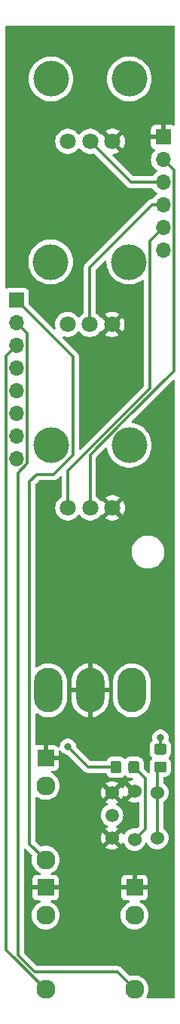
<source format=gtl>
G04 #@! TF.GenerationSoftware,KiCad,Pcbnew,7.0.7-7.0.7~ubuntu22.04.1*
G04 #@! TF.CreationDate,2023-10-11T23:06:47+02:00*
G04 #@! TF.ProjectId,RP2040-VCO,52503230-3430-42d5-9643-4f2e6b696361,rev?*
G04 #@! TF.SameCoordinates,Original*
G04 #@! TF.FileFunction,Copper,L1,Top*
G04 #@! TF.FilePolarity,Positive*
%FSLAX46Y46*%
G04 Gerber Fmt 4.6, Leading zero omitted, Abs format (unit mm)*
G04 Created by KiCad (PCBNEW 7.0.7-7.0.7~ubuntu22.04.1) date 2023-10-11 23:06:47*
%MOMM*%
%LPD*%
G01*
G04 APERTURE LIST*
G04 #@! TA.AperFunction,ComponentPad*
%ADD10R,1.930000X1.830000*%
G04 #@! TD*
G04 #@! TA.AperFunction,ComponentPad*
%ADD11C,2.130000*%
G04 #@! TD*
G04 #@! TA.AperFunction,WasherPad*
%ADD12C,4.000000*%
G04 #@! TD*
G04 #@! TA.AperFunction,ComponentPad*
%ADD13C,1.800000*%
G04 #@! TD*
G04 #@! TA.AperFunction,WasherPad*
%ADD14C,1.500000*%
G04 #@! TD*
G04 #@! TA.AperFunction,ComponentPad*
%ADD15C,1.524000*%
G04 #@! TD*
G04 #@! TA.AperFunction,ComponentPad*
%ADD16O,3.200000X5.000000*%
G04 #@! TD*
G04 #@! TA.AperFunction,ComponentPad*
%ADD17R,1.700000X1.700000*%
G04 #@! TD*
G04 #@! TA.AperFunction,ComponentPad*
%ADD18O,1.700000X1.700000*%
G04 #@! TD*
G04 #@! TA.AperFunction,ViaPad*
%ADD19C,0.800000*%
G04 #@! TD*
G04 #@! TA.AperFunction,Conductor*
%ADD20C,0.300000*%
G04 #@! TD*
G04 APERTURE END LIST*
D10*
X89000000Y-133600000D03*
D11*
X89000000Y-145000000D03*
X89000000Y-136700000D03*
D10*
X79000000Y-133600000D03*
D11*
X79000000Y-145000000D03*
X79000000Y-136700000D03*
D10*
X79000000Y-119100000D03*
D11*
X79000000Y-130500000D03*
X79000000Y-122200000D03*
D12*
X79600000Y-43000000D03*
X88400000Y-43000000D03*
D13*
X81500000Y-50000000D03*
X84000000Y-50000000D03*
X86500000Y-50000000D03*
D14*
X86460000Y-125500000D03*
D15*
X86460000Y-128040000D03*
X86460000Y-122960000D03*
X91540000Y-128040000D03*
X91540000Y-122960000D03*
X89000000Y-128200000D03*
X89000000Y-122800000D03*
G04 #@! TA.AperFunction,SMDPad,CuDef*
G36*
G01*
X89500000Y-119650000D02*
X89500000Y-120550000D01*
G75*
G02*
X89250000Y-120800000I-250000J0D01*
G01*
X88550000Y-120800000D01*
G75*
G02*
X88300000Y-120550000I0J250000D01*
G01*
X88300000Y-119650000D01*
G75*
G02*
X88550000Y-119400000I250000J0D01*
G01*
X89250000Y-119400000D01*
G75*
G02*
X89500000Y-119650000I0J-250000D01*
G01*
G37*
G04 #@! TD.AperFunction*
G04 #@! TA.AperFunction,SMDPad,CuDef*
G36*
G01*
X87500000Y-119650000D02*
X87500000Y-120550000D01*
G75*
G02*
X87250000Y-120800000I-250000J0D01*
G01*
X86550000Y-120800000D01*
G75*
G02*
X86300000Y-120550000I0J250000D01*
G01*
X86300000Y-119650000D01*
G75*
G02*
X86550000Y-119400000I250000J0D01*
G01*
X87250000Y-119400000D01*
G75*
G02*
X87500000Y-119650000I0J-250000D01*
G01*
G37*
G04 #@! TD.AperFunction*
D16*
X88700000Y-111500000D03*
X84000000Y-111500000D03*
X79300000Y-111500000D03*
D12*
X79560000Y-63500000D03*
X88360000Y-63500000D03*
D13*
X81460000Y-70500000D03*
X83960000Y-70500000D03*
X86460000Y-70500000D03*
G04 #@! TA.AperFunction,SMDPad,CuDef*
G36*
G01*
X92350000Y-120700000D02*
X91450000Y-120700000D01*
G75*
G02*
X91200000Y-120450000I0J250000D01*
G01*
X91200000Y-119750000D01*
G75*
G02*
X91450000Y-119500000I250000J0D01*
G01*
X92350000Y-119500000D01*
G75*
G02*
X92600000Y-119750000I0J-250000D01*
G01*
X92600000Y-120450000D01*
G75*
G02*
X92350000Y-120700000I-250000J0D01*
G01*
G37*
G04 #@! TD.AperFunction*
G04 #@! TA.AperFunction,SMDPad,CuDef*
G36*
G01*
X92350000Y-118700000D02*
X91450000Y-118700000D01*
G75*
G02*
X91200000Y-118450000I0J250000D01*
G01*
X91200000Y-117750000D01*
G75*
G02*
X91450000Y-117500000I250000J0D01*
G01*
X92350000Y-117500000D01*
G75*
G02*
X92600000Y-117750000I0J-250000D01*
G01*
X92600000Y-118450000D01*
G75*
G02*
X92350000Y-118700000I-250000J0D01*
G01*
G37*
G04 #@! TD.AperFunction*
D12*
X79600000Y-84050000D03*
X88400000Y-84050000D03*
D13*
X81500000Y-91050000D03*
X84000000Y-91050000D03*
X86500000Y-91050000D03*
D17*
X92200000Y-49500000D03*
D18*
X92200000Y-52040000D03*
X92200000Y-54580000D03*
X92200000Y-57120000D03*
X92200000Y-59660000D03*
X92200000Y-62200000D03*
D17*
X75750000Y-67800000D03*
D18*
X75750000Y-70340000D03*
X75750000Y-72880000D03*
X75750000Y-75420000D03*
X75750000Y-77960000D03*
X75750000Y-80500000D03*
X75750000Y-83040000D03*
X75750000Y-85580000D03*
D19*
X82000000Y-66600000D03*
X82000000Y-67500000D03*
X81500000Y-117800000D03*
X91900000Y-116800000D03*
D20*
X86900000Y-120100000D02*
X83800000Y-120100000D01*
X83800000Y-120100000D02*
X81500000Y-117800000D01*
X92200000Y-59660000D02*
X90710000Y-61150000D01*
X90710000Y-77682894D02*
X81500000Y-86892894D01*
X90710000Y-61150000D02*
X90710000Y-77682894D01*
X81500000Y-86892894D02*
X81500000Y-91050000D01*
X91900000Y-116800000D02*
X91900000Y-118100000D01*
X79900000Y-87300000D02*
X82100000Y-85100000D01*
X77200000Y-128700000D02*
X77200000Y-88100000D01*
X79000000Y-130500000D02*
X77200000Y-128700000D01*
X82100000Y-74150000D02*
X75750000Y-67800000D01*
X82100000Y-85100000D02*
X82100000Y-74150000D01*
X78000000Y-87300000D02*
X79900000Y-87300000D01*
X77200000Y-88100000D02*
X78000000Y-87300000D01*
X90967919Y-57120000D02*
X83960000Y-64127919D01*
X92200000Y-57120000D02*
X90967919Y-57120000D01*
X83960000Y-64127919D02*
X83960000Y-70500000D01*
X84000000Y-85100000D02*
X84000000Y-91050000D01*
X93400000Y-53240000D02*
X93400000Y-75700000D01*
X93400000Y-75700000D02*
X87709511Y-81390489D01*
X92200000Y-52040000D02*
X93400000Y-53240000D01*
X87709511Y-81390489D02*
X84000000Y-85100000D01*
X74550489Y-140550489D02*
X74550489Y-74079511D01*
X74550489Y-74079511D02*
X75750000Y-72880000D01*
X79000000Y-145000000D02*
X74550489Y-140550489D01*
X89000000Y-145000000D02*
X87046786Y-143046786D01*
X75900000Y-87126366D02*
X76949511Y-86076855D01*
X87046786Y-143046786D02*
X77753214Y-143046786D01*
X76949511Y-86076855D02*
X76949511Y-71539511D01*
X77753214Y-143046786D02*
X75900000Y-141193572D01*
X75900000Y-141193572D02*
X75900000Y-87126366D01*
X76949511Y-71539511D02*
X75750000Y-70340000D01*
X92200000Y-54580000D02*
X88580000Y-54580000D01*
X88580000Y-54580000D02*
X84000000Y-50000000D01*
X91900000Y-120100000D02*
X91540000Y-120460000D01*
X91540000Y-120460000D02*
X91540000Y-122960000D01*
X91540000Y-128040000D02*
X91540000Y-122960000D01*
X90200000Y-127000000D02*
X89000000Y-128200000D01*
X88900000Y-120100000D02*
X90200000Y-121400000D01*
X90200000Y-121400000D02*
X90200000Y-127000000D01*
G04 #@! TA.AperFunction,Conductor*
G36*
X93417532Y-76717894D02*
G01*
X93474368Y-76760441D01*
X93499179Y-76826961D01*
X93499500Y-76835950D01*
X93499500Y-145873500D01*
X93479498Y-145941621D01*
X93425842Y-145988114D01*
X93373500Y-145999500D01*
X90457939Y-145999500D01*
X90389818Y-145979498D01*
X90343325Y-145925842D01*
X90333221Y-145855568D01*
X90350504Y-145807668D01*
X90406334Y-145716563D01*
X90501115Y-145487742D01*
X90558934Y-145246911D01*
X90578366Y-145000000D01*
X90558934Y-144753089D01*
X90501115Y-144512258D01*
X90406334Y-144283437D01*
X90276925Y-144072260D01*
X90141004Y-143913117D01*
X90116073Y-143883926D01*
X89927743Y-143723077D01*
X89927741Y-143723076D01*
X89927740Y-143723075D01*
X89716563Y-143593666D01*
X89487742Y-143498885D01*
X89246911Y-143441066D01*
X89246912Y-143441066D01*
X89000000Y-143421634D01*
X88753088Y-143441066D01*
X88514654Y-143498309D01*
X88443746Y-143494762D01*
X88396145Y-143464885D01*
X87573661Y-142642401D01*
X87563450Y-142629655D01*
X87563257Y-142629816D01*
X87558203Y-142623707D01*
X87505100Y-142573840D01*
X87483129Y-142551868D01*
X87483111Y-142551852D01*
X87477268Y-142547320D01*
X87472753Y-142543464D01*
X87470125Y-142540996D01*
X87436919Y-142509814D01*
X87436916Y-142509812D01*
X87436911Y-142509809D01*
X87418124Y-142499480D01*
X87401604Y-142488629D01*
X87384653Y-142475481D01*
X87339525Y-142455952D01*
X87334207Y-142453347D01*
X87307021Y-142438402D01*
X87291124Y-142429662D01*
X87291121Y-142429661D01*
X87270354Y-142424329D01*
X87251651Y-142417926D01*
X87241489Y-142413529D01*
X87231962Y-142409406D01*
X87231960Y-142409405D01*
X87231961Y-142409405D01*
X87183405Y-142401715D01*
X87177590Y-142400511D01*
X87129974Y-142388286D01*
X87108527Y-142388286D01*
X87088818Y-142386735D01*
X87067634Y-142383380D01*
X87067633Y-142383380D01*
X87018692Y-142388006D01*
X87012759Y-142388286D01*
X78078163Y-142388286D01*
X78010042Y-142368284D01*
X77989068Y-142351381D01*
X76595405Y-140957717D01*
X76561379Y-140895405D01*
X76558500Y-140868622D01*
X76558500Y-129293949D01*
X76578502Y-129225828D01*
X76632158Y-129179335D01*
X76702432Y-129169231D01*
X76767012Y-129198725D01*
X76773567Y-129204827D01*
X77464887Y-129896147D01*
X77498911Y-129958457D01*
X77498309Y-130014654D01*
X77441066Y-130253088D01*
X77421634Y-130500000D01*
X77441066Y-130746911D01*
X77498885Y-130987742D01*
X77593665Y-131216561D01*
X77723076Y-131427741D01*
X77723077Y-131427743D01*
X77883926Y-131616073D01*
X78072256Y-131776922D01*
X78072260Y-131776925D01*
X78283437Y-131906334D01*
X78351656Y-131934591D01*
X78406937Y-131979140D01*
X78429358Y-132046503D01*
X78411800Y-132115294D01*
X78359838Y-132163672D01*
X78303438Y-132177000D01*
X77986402Y-132177000D01*
X77925906Y-132183505D01*
X77789035Y-132234555D01*
X77789034Y-132234555D01*
X77672095Y-132322095D01*
X77584555Y-132439034D01*
X77584555Y-132439035D01*
X77533505Y-132575906D01*
X77527000Y-132636402D01*
X77527000Y-133346000D01*
X78275146Y-133346000D01*
X78343267Y-133366002D01*
X78389760Y-133419658D01*
X78399864Y-133489932D01*
X78398914Y-133495611D01*
X78386365Y-133561388D01*
X78386365Y-133561393D01*
X78396349Y-133720088D01*
X78380664Y-133789331D01*
X78330034Y-133839101D01*
X78270598Y-133854000D01*
X77527000Y-133854000D01*
X77527000Y-134563597D01*
X77533505Y-134624093D01*
X77584555Y-134760964D01*
X77584555Y-134760965D01*
X77672095Y-134877904D01*
X77789034Y-134965444D01*
X77925906Y-135016494D01*
X77986402Y-135022999D01*
X77986415Y-135023000D01*
X78303438Y-135023000D01*
X78371559Y-135043002D01*
X78418052Y-135096658D01*
X78428156Y-135166932D01*
X78398662Y-135231512D01*
X78351656Y-135265408D01*
X78328243Y-135275106D01*
X78283438Y-135293665D01*
X78072258Y-135423076D01*
X78072256Y-135423077D01*
X77883926Y-135583926D01*
X77723077Y-135772256D01*
X77723076Y-135772258D01*
X77593665Y-135983438D01*
X77498885Y-136212257D01*
X77441066Y-136453088D01*
X77421634Y-136699999D01*
X77441066Y-136946911D01*
X77498885Y-137187742D01*
X77593665Y-137416561D01*
X77723076Y-137627741D01*
X77723077Y-137627743D01*
X77883926Y-137816073D01*
X78072256Y-137976922D01*
X78072260Y-137976925D01*
X78283437Y-138106334D01*
X78512258Y-138201115D01*
X78753089Y-138258934D01*
X79000000Y-138278366D01*
X79246911Y-138258934D01*
X79487742Y-138201115D01*
X79716563Y-138106334D01*
X79927740Y-137976925D01*
X80116073Y-137816073D01*
X80276925Y-137627740D01*
X80406334Y-137416563D01*
X80501115Y-137187742D01*
X80558934Y-136946911D01*
X80578366Y-136700000D01*
X87421634Y-136700000D01*
X87441066Y-136946911D01*
X87498885Y-137187742D01*
X87593665Y-137416561D01*
X87723076Y-137627741D01*
X87723077Y-137627743D01*
X87883926Y-137816073D01*
X88072256Y-137976922D01*
X88072260Y-137976925D01*
X88283437Y-138106334D01*
X88512258Y-138201115D01*
X88753089Y-138258934D01*
X89000000Y-138278366D01*
X89246911Y-138258934D01*
X89487742Y-138201115D01*
X89716563Y-138106334D01*
X89927740Y-137976925D01*
X90116073Y-137816073D01*
X90276925Y-137627740D01*
X90406334Y-137416563D01*
X90501115Y-137187742D01*
X90558934Y-136946911D01*
X90578366Y-136700000D01*
X90558934Y-136453089D01*
X90501115Y-136212258D01*
X90406334Y-135983437D01*
X90276925Y-135772260D01*
X90276922Y-135772256D01*
X90116073Y-135583926D01*
X89927743Y-135423077D01*
X89927741Y-135423076D01*
X89927740Y-135423075D01*
X89716563Y-135293666D01*
X89648343Y-135265408D01*
X89593063Y-135220860D01*
X89570642Y-135153497D01*
X89588200Y-135084706D01*
X89640162Y-135036328D01*
X89696562Y-135023000D01*
X90013585Y-135023000D01*
X90013597Y-135022999D01*
X90074093Y-135016494D01*
X90210964Y-134965444D01*
X90210965Y-134965444D01*
X90327904Y-134877904D01*
X90415444Y-134760965D01*
X90415444Y-134760964D01*
X90466494Y-134624093D01*
X90472999Y-134563597D01*
X90473000Y-134563585D01*
X90473000Y-133854000D01*
X89724854Y-133854000D01*
X89656733Y-133833998D01*
X89610240Y-133780342D01*
X89600136Y-133710068D01*
X89601086Y-133704389D01*
X89613635Y-133638607D01*
X89608777Y-133561393D01*
X89603651Y-133479912D01*
X89619336Y-133410669D01*
X89669966Y-133360899D01*
X89729402Y-133346000D01*
X90473000Y-133346000D01*
X90473000Y-132636414D01*
X90472999Y-132636402D01*
X90466494Y-132575906D01*
X90415444Y-132439035D01*
X90415444Y-132439034D01*
X90327904Y-132322095D01*
X90210965Y-132234555D01*
X90074093Y-132183505D01*
X90013597Y-132177000D01*
X89254000Y-132177000D01*
X89254000Y-132872991D01*
X89233998Y-132941112D01*
X89180342Y-132987605D01*
X89110068Y-132997709D01*
X89096669Y-132995033D01*
X89077070Y-132990001D01*
X89077062Y-132990000D01*
X89077061Y-132990000D01*
X88961625Y-132990000D01*
X88961623Y-132990000D01*
X88887791Y-132999327D01*
X88817701Y-132988020D01*
X88764850Y-132940614D01*
X88746000Y-132874320D01*
X88746000Y-132177000D01*
X87986402Y-132177000D01*
X87925906Y-132183505D01*
X87789035Y-132234555D01*
X87789034Y-132234555D01*
X87672095Y-132322095D01*
X87584555Y-132439034D01*
X87584555Y-132439035D01*
X87533505Y-132575906D01*
X87527000Y-132636402D01*
X87527000Y-133346000D01*
X88275146Y-133346000D01*
X88343267Y-133366002D01*
X88389760Y-133419658D01*
X88399864Y-133489932D01*
X88398914Y-133495611D01*
X88386365Y-133561388D01*
X88386365Y-133561393D01*
X88396349Y-133720088D01*
X88380664Y-133789331D01*
X88330034Y-133839101D01*
X88270598Y-133854000D01*
X87527000Y-133854000D01*
X87527000Y-134563597D01*
X87533505Y-134624093D01*
X87584555Y-134760964D01*
X87584555Y-134760965D01*
X87672095Y-134877904D01*
X87789034Y-134965444D01*
X87925906Y-135016494D01*
X87986402Y-135022999D01*
X87986415Y-135023000D01*
X88303438Y-135023000D01*
X88371559Y-135043002D01*
X88418052Y-135096658D01*
X88428156Y-135166932D01*
X88398662Y-135231512D01*
X88351656Y-135265408D01*
X88328243Y-135275106D01*
X88283438Y-135293665D01*
X88072258Y-135423076D01*
X88072256Y-135423077D01*
X87883926Y-135583926D01*
X87723077Y-135772256D01*
X87723076Y-135772258D01*
X87593665Y-135983438D01*
X87498885Y-136212257D01*
X87441066Y-136453088D01*
X87421634Y-136700000D01*
X80578366Y-136700000D01*
X80558934Y-136453089D01*
X80501115Y-136212258D01*
X80406334Y-135983437D01*
X80276925Y-135772260D01*
X80276922Y-135772256D01*
X80116073Y-135583926D01*
X79927743Y-135423077D01*
X79927741Y-135423076D01*
X79927740Y-135423075D01*
X79716563Y-135293666D01*
X79648343Y-135265408D01*
X79593063Y-135220860D01*
X79570642Y-135153497D01*
X79588200Y-135084706D01*
X79640162Y-135036328D01*
X79696562Y-135023000D01*
X80013585Y-135023000D01*
X80013597Y-135022999D01*
X80074093Y-135016494D01*
X80210964Y-134965444D01*
X80210965Y-134965444D01*
X80327904Y-134877904D01*
X80415444Y-134760965D01*
X80415444Y-134760964D01*
X80466494Y-134624093D01*
X80472999Y-134563597D01*
X80473000Y-134563585D01*
X80473000Y-133854000D01*
X79724854Y-133854000D01*
X79656733Y-133833998D01*
X79610240Y-133780342D01*
X79600136Y-133710068D01*
X79601086Y-133704389D01*
X79613635Y-133638607D01*
X79608777Y-133561393D01*
X79603651Y-133479912D01*
X79619336Y-133410669D01*
X79669966Y-133360899D01*
X79729402Y-133346000D01*
X80473000Y-133346000D01*
X80473000Y-132636414D01*
X80472999Y-132636402D01*
X80466494Y-132575906D01*
X80415444Y-132439035D01*
X80415444Y-132439034D01*
X80327904Y-132322095D01*
X80210965Y-132234555D01*
X80074093Y-132183505D01*
X80013597Y-132177000D01*
X79696562Y-132177000D01*
X79628441Y-132156998D01*
X79581948Y-132103342D01*
X79571844Y-132033068D01*
X79601338Y-131968488D01*
X79648343Y-131934591D01*
X79716563Y-131906334D01*
X79927740Y-131776925D01*
X80116073Y-131616073D01*
X80276925Y-131427740D01*
X80406334Y-131216563D01*
X80501115Y-130987742D01*
X80558934Y-130746911D01*
X80578366Y-130500000D01*
X80558934Y-130253089D01*
X80501115Y-130012258D01*
X80406334Y-129783437D01*
X80276925Y-129572260D01*
X80276922Y-129572256D01*
X80116073Y-129383926D01*
X79927743Y-129223077D01*
X79927741Y-129223076D01*
X79927740Y-129223075D01*
X79716563Y-129093666D01*
X79487742Y-128998885D01*
X79246911Y-128941066D01*
X79246912Y-128941066D01*
X79123455Y-128931350D01*
X79000000Y-128921634D01*
X78999999Y-128921634D01*
X78753088Y-128941066D01*
X78514654Y-128998309D01*
X78443746Y-128994762D01*
X78396145Y-128964885D01*
X77895405Y-128464145D01*
X77861379Y-128401833D01*
X77858500Y-128375050D01*
X77858500Y-123567671D01*
X77878502Y-123499550D01*
X77932158Y-123453057D01*
X78002432Y-123442953D01*
X78066329Y-123471860D01*
X78072260Y-123476925D01*
X78283437Y-123606334D01*
X78512258Y-123701115D01*
X78753089Y-123758934D01*
X79000000Y-123778366D01*
X79246911Y-123758934D01*
X79487742Y-123701115D01*
X79716563Y-123606334D01*
X79927740Y-123476925D01*
X80116073Y-123316073D01*
X80276925Y-123127740D01*
X80406334Y-122916563D01*
X80501115Y-122687742D01*
X80558934Y-122446911D01*
X80578366Y-122200000D01*
X80558934Y-121953089D01*
X80501115Y-121712258D01*
X80406334Y-121483437D01*
X80276925Y-121272260D01*
X80276922Y-121272256D01*
X80116073Y-121083926D01*
X79927743Y-120923077D01*
X79927741Y-120923076D01*
X79927740Y-120923075D01*
X79716563Y-120793666D01*
X79648343Y-120765408D01*
X79593063Y-120720860D01*
X79570642Y-120653497D01*
X79588200Y-120584706D01*
X79640162Y-120536328D01*
X79696562Y-120523000D01*
X80013585Y-120523000D01*
X80013597Y-120522999D01*
X80074093Y-120516494D01*
X80210964Y-120465444D01*
X80210965Y-120465444D01*
X80327904Y-120377904D01*
X80415444Y-120260965D01*
X80415444Y-120260964D01*
X80466494Y-120124093D01*
X80472999Y-120063597D01*
X80473000Y-120063585D01*
X80473000Y-119354000D01*
X79724854Y-119354000D01*
X79656733Y-119333998D01*
X79610240Y-119280342D01*
X79600136Y-119210068D01*
X79601086Y-119204389D01*
X79606436Y-119176347D01*
X79613635Y-119138607D01*
X79608777Y-119061393D01*
X79603651Y-118979912D01*
X79619336Y-118910669D01*
X79669966Y-118860899D01*
X79729402Y-118846000D01*
X80473000Y-118846000D01*
X80473000Y-118308420D01*
X80493002Y-118240299D01*
X80546658Y-118193806D01*
X80616932Y-118183702D01*
X80681512Y-118213196D01*
X80708117Y-118245417D01*
X80742833Y-118305548D01*
X80760958Y-118336941D01*
X80760965Y-118336951D01*
X80888744Y-118478864D01*
X80904073Y-118490001D01*
X81043248Y-118591118D01*
X81217712Y-118668794D01*
X81404513Y-118708500D01*
X81425050Y-118708500D01*
X81493171Y-118728502D01*
X81514145Y-118745405D01*
X83273125Y-120504385D01*
X83283338Y-120517131D01*
X83283531Y-120516972D01*
X83288583Y-120523079D01*
X83288584Y-120523080D01*
X83341685Y-120572945D01*
X83363667Y-120594927D01*
X83363675Y-120594933D01*
X83369517Y-120599465D01*
X83374033Y-120603322D01*
X83409867Y-120636972D01*
X83428669Y-120647308D01*
X83445175Y-120658151D01*
X83462132Y-120671304D01*
X83507269Y-120690837D01*
X83512569Y-120693433D01*
X83555663Y-120717124D01*
X83569950Y-120720792D01*
X83576429Y-120722456D01*
X83595132Y-120728859D01*
X83599886Y-120730916D01*
X83614823Y-120737380D01*
X83663399Y-120745073D01*
X83669191Y-120746273D01*
X83687922Y-120751082D01*
X83716811Y-120758500D01*
X83716812Y-120758500D01*
X83738258Y-120758500D01*
X83757967Y-120760051D01*
X83762507Y-120760769D01*
X83779152Y-120763406D01*
X83816880Y-120759839D01*
X83828094Y-120758780D01*
X83834027Y-120758500D01*
X85729045Y-120758500D01*
X85797166Y-120778502D01*
X85843659Y-120832158D01*
X85848649Y-120844867D01*
X85857883Y-120872734D01*
X85857884Y-120872736D01*
X85857885Y-120872738D01*
X85932183Y-120993193D01*
X85950970Y-121023652D01*
X85950975Y-121023658D01*
X86076341Y-121149024D01*
X86076347Y-121149029D01*
X86076348Y-121149030D01*
X86227262Y-121242115D01*
X86395574Y-121297887D01*
X86499455Y-121308500D01*
X87300544Y-121308499D01*
X87404426Y-121297887D01*
X87572738Y-121242115D01*
X87723652Y-121149030D01*
X87763275Y-121109407D01*
X87810905Y-121061778D01*
X87873217Y-121027752D01*
X87944032Y-121032817D01*
X87989095Y-121061778D01*
X88076341Y-121149024D01*
X88076347Y-121149029D01*
X88076348Y-121149030D01*
X88227262Y-121242115D01*
X88395574Y-121297887D01*
X88499455Y-121308500D01*
X88702390Y-121308499D01*
X88770509Y-121328501D01*
X88817002Y-121382156D01*
X88827107Y-121452430D01*
X88797614Y-121517011D01*
X88737888Y-121555395D01*
X88735000Y-121556206D01*
X88563977Y-121602031D01*
X88563972Y-121602033D01*
X88362575Y-121695946D01*
X88299395Y-121740184D01*
X88742572Y-122183361D01*
X88776597Y-122245674D01*
X88771533Y-122316489D01*
X88732854Y-122368157D01*
X88733711Y-122369147D01*
X88729164Y-122373086D01*
X88728986Y-122373325D01*
X88728498Y-122373663D01*
X88618238Y-122469202D01*
X88582175Y-122525318D01*
X88528519Y-122571811D01*
X88458245Y-122581914D01*
X88393664Y-122552421D01*
X88387081Y-122546292D01*
X87940184Y-122099395D01*
X87895946Y-122162575D01*
X87806890Y-122353556D01*
X87759972Y-122406841D01*
X87691695Y-122426302D01*
X87623735Y-122405760D01*
X87578501Y-122353557D01*
X87564053Y-122322575D01*
X87564051Y-122322571D01*
X87519815Y-122259395D01*
X87519813Y-122259395D01*
X87072916Y-122706292D01*
X87010604Y-122740317D01*
X86939788Y-122735252D01*
X86882953Y-122692705D01*
X86877836Y-122685336D01*
X86841761Y-122629202D01*
X86733100Y-122535048D01*
X86733098Y-122535047D01*
X86726289Y-122529147D01*
X86728312Y-122526811D01*
X86691912Y-122484809D01*
X86681802Y-122414536D01*
X86711290Y-122349952D01*
X86717426Y-122343361D01*
X87160603Y-121900185D01*
X87160603Y-121900184D01*
X87097425Y-121855946D01*
X86896027Y-121762033D01*
X86896023Y-121762031D01*
X86681374Y-121704517D01*
X86459999Y-121685149D01*
X86238625Y-121704517D01*
X86023976Y-121762031D01*
X86023972Y-121762033D01*
X85822575Y-121855946D01*
X85759395Y-121900184D01*
X86202572Y-122343361D01*
X86236597Y-122405674D01*
X86231533Y-122476489D01*
X86192854Y-122528157D01*
X86193711Y-122529147D01*
X86189164Y-122533086D01*
X86188986Y-122533325D01*
X86188498Y-122533663D01*
X86078238Y-122629202D01*
X86042175Y-122685318D01*
X85988519Y-122731811D01*
X85918245Y-122741914D01*
X85853664Y-122712421D01*
X85847081Y-122706292D01*
X85400184Y-122259395D01*
X85355946Y-122322575D01*
X85262033Y-122523972D01*
X85262031Y-122523976D01*
X85204517Y-122738625D01*
X85185149Y-122959999D01*
X85204517Y-123181374D01*
X85262031Y-123396023D01*
X85262033Y-123396027D01*
X85355946Y-123597425D01*
X85400184Y-123660603D01*
X85400185Y-123660603D01*
X85847081Y-123213706D01*
X85909394Y-123179681D01*
X85980209Y-123184745D01*
X86037045Y-123227292D01*
X86042162Y-123234661D01*
X86078239Y-123290798D01*
X86186900Y-123384952D01*
X86186901Y-123384952D01*
X86193711Y-123390853D01*
X86191686Y-123393189D01*
X86228084Y-123435187D01*
X86238195Y-123505460D01*
X86208709Y-123570043D01*
X86202572Y-123576636D01*
X85759395Y-124019813D01*
X85759395Y-124019814D01*
X85822575Y-124064053D01*
X85822574Y-124064053D01*
X85947162Y-124122149D01*
X86000447Y-124169066D01*
X86019908Y-124237343D01*
X85999366Y-124305303D01*
X85947162Y-124350539D01*
X85828346Y-124405944D01*
X85647965Y-124532248D01*
X85647959Y-124532253D01*
X85492253Y-124687959D01*
X85492248Y-124687965D01*
X85365944Y-124868346D01*
X85272881Y-125067920D01*
X85272880Y-125067924D01*
X85215885Y-125280629D01*
X85196693Y-125500000D01*
X85215885Y-125719371D01*
X85272880Y-125932076D01*
X85365944Y-126131654D01*
X85492250Y-126312037D01*
X85492251Y-126312038D01*
X85492254Y-126312042D01*
X85647957Y-126467745D01*
X85647961Y-126467748D01*
X85647962Y-126467749D01*
X85828346Y-126594056D01*
X85828351Y-126594058D01*
X85828351Y-126594059D01*
X85947161Y-126649460D01*
X86000447Y-126696377D01*
X86019908Y-126764654D01*
X85999367Y-126832614D01*
X85947163Y-126877849D01*
X85822577Y-126935945D01*
X85759395Y-126980184D01*
X86202572Y-127423361D01*
X86236597Y-127485674D01*
X86231533Y-127556489D01*
X86192854Y-127608157D01*
X86193711Y-127609147D01*
X86189164Y-127613086D01*
X86188986Y-127613325D01*
X86188498Y-127613663D01*
X86078238Y-127709202D01*
X86042175Y-127765318D01*
X85988519Y-127811811D01*
X85918245Y-127821914D01*
X85853664Y-127792421D01*
X85847081Y-127786292D01*
X85400184Y-127339395D01*
X85355946Y-127402575D01*
X85262033Y-127603972D01*
X85262031Y-127603976D01*
X85204517Y-127818625D01*
X85185149Y-128040000D01*
X85204517Y-128261374D01*
X85262031Y-128476023D01*
X85262033Y-128476027D01*
X85355946Y-128677425D01*
X85400184Y-128740603D01*
X85400185Y-128740603D01*
X85847081Y-128293706D01*
X85909394Y-128259681D01*
X85980209Y-128264745D01*
X86037045Y-128307292D01*
X86042162Y-128314661D01*
X86078239Y-128370798D01*
X86186900Y-128464952D01*
X86186901Y-128464952D01*
X86193711Y-128470853D01*
X86191686Y-128473189D01*
X86228084Y-128515187D01*
X86238195Y-128585460D01*
X86208709Y-128650043D01*
X86202572Y-128656636D01*
X85759395Y-129099813D01*
X85759395Y-129099814D01*
X85822575Y-129144053D01*
X85822574Y-129144053D01*
X86023972Y-129237966D01*
X86023976Y-129237968D01*
X86238625Y-129295482D01*
X86459999Y-129314850D01*
X86681374Y-129295482D01*
X86896023Y-129237968D01*
X86896027Y-129237966D01*
X87097425Y-129144053D01*
X87097426Y-129144052D01*
X87160603Y-129099814D01*
X87160603Y-129099813D01*
X86717427Y-128656638D01*
X86683402Y-128594325D01*
X86688466Y-128523510D01*
X86727145Y-128471840D01*
X86726289Y-128470853D01*
X86730830Y-128466917D01*
X86731013Y-128466674D01*
X86731510Y-128466328D01*
X86733095Y-128464953D01*
X86733100Y-128464952D01*
X86841761Y-128370798D01*
X86877824Y-128314681D01*
X86931478Y-128268189D01*
X87001752Y-128258084D01*
X87066333Y-128287576D01*
X87072918Y-128293707D01*
X87519813Y-128740603D01*
X87519814Y-128740603D01*
X87564052Y-128677426D01*
X87564057Y-128677418D01*
X87578224Y-128647037D01*
X87625140Y-128593751D01*
X87693417Y-128574289D01*
X87761377Y-128594830D01*
X87806614Y-128647035D01*
X87895511Y-128837675D01*
X87895512Y-128837677D01*
X88023016Y-129019772D01*
X88023020Y-129019777D01*
X88023023Y-129019781D01*
X88180219Y-129176977D01*
X88180223Y-129176980D01*
X88180227Y-129176983D01*
X88246055Y-129223076D01*
X88362323Y-129304488D01*
X88563804Y-129398440D01*
X88778537Y-129455978D01*
X89000000Y-129475353D01*
X89221463Y-129455978D01*
X89436196Y-129398440D01*
X89637677Y-129304488D01*
X89819781Y-129176977D01*
X89976977Y-129019781D01*
X90104488Y-128837677D01*
X90193110Y-128647625D01*
X90240026Y-128594342D01*
X90308303Y-128574881D01*
X90376263Y-128595423D01*
X90421498Y-128647626D01*
X90435508Y-128677669D01*
X90435512Y-128677677D01*
X90563016Y-128859772D01*
X90563020Y-128859777D01*
X90563023Y-128859781D01*
X90720219Y-129016977D01*
X90720223Y-129016980D01*
X90720227Y-129016983D01*
X90824124Y-129089732D01*
X90902323Y-129144488D01*
X91103804Y-129238440D01*
X91318537Y-129295978D01*
X91540000Y-129315353D01*
X91761463Y-129295978D01*
X91976196Y-129238440D01*
X92177677Y-129144488D01*
X92359781Y-129016977D01*
X92516977Y-128859781D01*
X92644488Y-128677677D01*
X92738440Y-128476196D01*
X92795978Y-128261463D01*
X92815353Y-128040000D01*
X92795978Y-127818537D01*
X92738440Y-127603804D01*
X92644488Y-127402324D01*
X92516977Y-127220219D01*
X92359781Y-127063023D01*
X92359777Y-127063020D01*
X92252228Y-126987713D01*
X92207900Y-126932256D01*
X92198499Y-126884500D01*
X92198499Y-124115498D01*
X92218501Y-124047377D01*
X92252225Y-124012287D01*
X92359781Y-123936977D01*
X92516977Y-123779781D01*
X92644488Y-123597677D01*
X92738440Y-123396196D01*
X92795978Y-123181463D01*
X92815353Y-122960000D01*
X92795978Y-122738537D01*
X92738440Y-122523804D01*
X92644488Y-122322324D01*
X92516977Y-122140219D01*
X92359781Y-121983023D01*
X92359780Y-121983022D01*
X92252229Y-121907713D01*
X92207901Y-121852255D01*
X92198500Y-121804500D01*
X92198500Y-121334499D01*
X92218502Y-121266378D01*
X92272158Y-121219885D01*
X92324500Y-121208499D01*
X92400544Y-121208499D01*
X92504426Y-121197887D01*
X92672738Y-121142115D01*
X92823652Y-121049030D01*
X92949030Y-120923652D01*
X93042115Y-120772738D01*
X93097887Y-120604426D01*
X93108500Y-120500545D01*
X93108499Y-119699456D01*
X93097887Y-119595574D01*
X93042115Y-119427262D01*
X92949030Y-119276348D01*
X92949029Y-119276347D01*
X92949024Y-119276341D01*
X92861778Y-119189095D01*
X92827752Y-119126783D01*
X92832817Y-119055968D01*
X92861778Y-119010905D01*
X92949024Y-118923658D01*
X92949030Y-118923652D01*
X93042115Y-118772738D01*
X93097887Y-118604426D01*
X93108500Y-118500545D01*
X93108499Y-117699456D01*
X93097887Y-117595574D01*
X93042115Y-117427262D01*
X92949030Y-117276348D01*
X92949028Y-117276346D01*
X92949024Y-117276341D01*
X92818463Y-117145780D01*
X92820172Y-117144070D01*
X92785816Y-117095557D01*
X92782623Y-117024632D01*
X92785151Y-117015749D01*
X92793542Y-116989928D01*
X92813504Y-116800000D01*
X92793542Y-116610072D01*
X92734527Y-116428444D01*
X92639040Y-116263056D01*
X92639038Y-116263054D01*
X92639034Y-116263048D01*
X92511255Y-116121135D01*
X92356752Y-116008882D01*
X92182288Y-115931206D01*
X91995487Y-115891500D01*
X91804513Y-115891500D01*
X91617711Y-115931206D01*
X91443247Y-116008882D01*
X91288744Y-116121135D01*
X91160965Y-116263048D01*
X91160958Y-116263058D01*
X91065476Y-116428438D01*
X91065473Y-116428445D01*
X91006457Y-116610072D01*
X90986496Y-116800000D01*
X91006457Y-116989926D01*
X91014839Y-117015723D01*
X91016865Y-117086691D01*
X90981346Y-117145591D01*
X90981537Y-117145782D01*
X90980767Y-117146551D01*
X90980202Y-117147489D01*
X90977681Y-117149637D01*
X90850971Y-117276346D01*
X90850970Y-117276347D01*
X90757885Y-117427262D01*
X90702113Y-117595572D01*
X90702112Y-117595579D01*
X90691500Y-117699446D01*
X90691500Y-118500544D01*
X90702112Y-118604425D01*
X90757885Y-118772738D01*
X90850970Y-118923652D01*
X90850975Y-118923658D01*
X90938222Y-119010905D01*
X90972248Y-119073217D01*
X90967183Y-119144032D01*
X90938222Y-119189095D01*
X90850975Y-119276341D01*
X90850970Y-119276347D01*
X90757885Y-119427262D01*
X90702113Y-119595572D01*
X90702112Y-119595579D01*
X90691500Y-119699446D01*
X90691500Y-120500544D01*
X90702113Y-120604426D01*
X90716484Y-120647797D01*
X90718924Y-120718752D01*
X90682615Y-120779762D01*
X90619086Y-120811457D01*
X90548506Y-120803774D01*
X90507784Y-120776524D01*
X90045404Y-120314144D01*
X90011378Y-120251832D01*
X90008499Y-120225049D01*
X90008499Y-119599455D01*
X89997887Y-119495574D01*
X89979724Y-119440760D01*
X89942115Y-119327262D01*
X89849030Y-119176348D01*
X89849029Y-119176347D01*
X89849024Y-119176341D01*
X89723658Y-119050975D01*
X89723652Y-119050970D01*
X89720507Y-119049030D01*
X89572738Y-118957885D01*
X89430247Y-118910669D01*
X89404427Y-118902113D01*
X89404420Y-118902112D01*
X89300553Y-118891500D01*
X88499455Y-118891500D01*
X88395574Y-118902112D01*
X88227261Y-118957885D01*
X88076347Y-119050970D01*
X88076341Y-119050975D01*
X87989095Y-119138222D01*
X87926783Y-119172248D01*
X87855968Y-119167183D01*
X87810905Y-119138222D01*
X87723658Y-119050975D01*
X87723652Y-119050970D01*
X87720507Y-119049030D01*
X87572738Y-118957885D01*
X87430247Y-118910669D01*
X87404427Y-118902113D01*
X87404420Y-118902112D01*
X87300553Y-118891500D01*
X86499455Y-118891500D01*
X86395574Y-118902112D01*
X86227261Y-118957885D01*
X86076347Y-119050970D01*
X86076341Y-119050975D01*
X85950975Y-119176341D01*
X85950970Y-119176347D01*
X85857883Y-119327265D01*
X85848649Y-119355133D01*
X85808235Y-119413505D01*
X85742679Y-119440760D01*
X85729045Y-119441500D01*
X84124949Y-119441500D01*
X84056828Y-119421498D01*
X84035854Y-119404595D01*
X82442969Y-117811709D01*
X82408943Y-117749397D01*
X82406754Y-117735784D01*
X82393542Y-117610074D01*
X82393541Y-117610069D01*
X82388831Y-117595574D01*
X82334527Y-117428444D01*
X82239040Y-117263056D01*
X82239038Y-117263054D01*
X82239034Y-117263048D01*
X82111255Y-117121135D01*
X81956752Y-117008882D01*
X81782288Y-116931206D01*
X81595487Y-116891500D01*
X81404513Y-116891500D01*
X81217711Y-116931206D01*
X81043247Y-117008882D01*
X80888744Y-117121135D01*
X80760965Y-117263048D01*
X80760958Y-117263058D01*
X80665476Y-117428438D01*
X80665473Y-117428445D01*
X80606457Y-117610072D01*
X80586214Y-117802680D01*
X80559201Y-117868337D01*
X80500979Y-117908967D01*
X80430034Y-117911670D01*
X80368890Y-117875588D01*
X80360036Y-117865019D01*
X80327904Y-117822095D01*
X80210965Y-117734555D01*
X80074093Y-117683505D01*
X80013597Y-117677000D01*
X79254000Y-117677000D01*
X79254000Y-118372991D01*
X79233998Y-118441112D01*
X79180342Y-118487605D01*
X79110068Y-118497709D01*
X79096669Y-118495033D01*
X79077070Y-118490001D01*
X79077062Y-118490000D01*
X79077061Y-118490000D01*
X78961625Y-118490000D01*
X78961623Y-118490000D01*
X78887791Y-118499327D01*
X78817701Y-118488020D01*
X78764850Y-118440614D01*
X78746000Y-118374320D01*
X78746000Y-117677000D01*
X77984500Y-117677000D01*
X77916379Y-117656998D01*
X77869886Y-117603342D01*
X77858500Y-117551000D01*
X77858500Y-114210343D01*
X77878502Y-114142222D01*
X77932158Y-114095729D01*
X78002432Y-114085625D01*
X78064020Y-114112606D01*
X78081219Y-114126599D01*
X78081220Y-114126600D01*
X78081222Y-114126601D01*
X78081228Y-114126606D01*
X78327686Y-114276481D01*
X78592256Y-114391400D01*
X78870011Y-114469223D01*
X79155761Y-114508499D01*
X79155775Y-114508500D01*
X79444225Y-114508500D01*
X79444238Y-114508499D01*
X79656000Y-114479392D01*
X79729989Y-114469223D01*
X80007744Y-114391400D01*
X80272314Y-114276481D01*
X80518772Y-114126606D01*
X80742526Y-113944568D01*
X80939409Y-113733758D01*
X81105753Y-113498103D01*
X81238459Y-113241992D01*
X81335055Y-112970196D01*
X81393742Y-112687778D01*
X81408500Y-112472029D01*
X81408500Y-112472014D01*
X81892000Y-112472014D01*
X81906752Y-112687696D01*
X81906753Y-112687702D01*
X81965425Y-112970054D01*
X81965427Y-112970062D01*
X82062002Y-113241798D01*
X82194672Y-113497836D01*
X82194680Y-113497849D01*
X82360976Y-113733438D01*
X82557813Y-113944199D01*
X82557821Y-113944206D01*
X82781509Y-114126191D01*
X83027922Y-114276038D01*
X83292422Y-114390926D01*
X83570111Y-114468731D01*
X83570120Y-114468733D01*
X83745998Y-114492907D01*
X83746000Y-114492906D01*
X83746000Y-112764843D01*
X83766002Y-112696722D01*
X83819658Y-112650229D01*
X83889932Y-112640125D01*
X83907485Y-112643943D01*
X83928111Y-112650000D01*
X83928113Y-112650000D01*
X84071887Y-112650000D01*
X84071889Y-112650000D01*
X84092503Y-112643946D01*
X84163496Y-112643946D01*
X84223223Y-112682329D01*
X84252717Y-112746909D01*
X84254000Y-112764843D01*
X84254000Y-114492906D01*
X84254001Y-114492907D01*
X84429879Y-114468733D01*
X84429888Y-114468731D01*
X84707577Y-114390926D01*
X84972077Y-114276038D01*
X85218490Y-114126191D01*
X85442178Y-113944206D01*
X85442186Y-113944199D01*
X85639023Y-113733438D01*
X85805319Y-113497849D01*
X85805327Y-113497836D01*
X85937997Y-113241798D01*
X86034572Y-112970062D01*
X86034574Y-112970054D01*
X86093246Y-112687702D01*
X86093247Y-112687696D01*
X86107999Y-112472027D01*
X86591500Y-112472027D01*
X86606256Y-112687764D01*
X86606257Y-112687770D01*
X86606258Y-112687778D01*
X86638443Y-112842661D01*
X86664943Y-112970189D01*
X86664945Y-112970196D01*
X86761541Y-113241992D01*
X86894247Y-113498103D01*
X87060591Y-113733758D01*
X87257474Y-113944568D01*
X87257483Y-113944575D01*
X87257487Y-113944579D01*
X87481220Y-114126600D01*
X87481222Y-114126601D01*
X87481228Y-114126606D01*
X87727686Y-114276481D01*
X87992256Y-114391400D01*
X88270011Y-114469223D01*
X88555761Y-114508499D01*
X88555775Y-114508500D01*
X88844225Y-114508500D01*
X88844238Y-114508499D01*
X89056000Y-114479392D01*
X89129989Y-114469223D01*
X89407744Y-114391400D01*
X89672314Y-114276481D01*
X89918772Y-114126606D01*
X90142526Y-113944568D01*
X90339409Y-113733758D01*
X90505753Y-113498103D01*
X90638459Y-113241992D01*
X90735055Y-112970196D01*
X90793742Y-112687778D01*
X90808500Y-112472029D01*
X90808500Y-110527971D01*
X90796310Y-110349770D01*
X90793743Y-110312235D01*
X90793742Y-110312229D01*
X90793742Y-110312222D01*
X90735055Y-110029804D01*
X90638459Y-109758008D01*
X90505753Y-109501897D01*
X90339409Y-109266242D01*
X90142526Y-109055432D01*
X90142516Y-109055424D01*
X90142512Y-109055420D01*
X89918779Y-108873399D01*
X89918775Y-108873396D01*
X89918772Y-108873394D01*
X89672314Y-108723519D01*
X89672310Y-108723517D01*
X89672308Y-108723516D01*
X89563713Y-108676347D01*
X89407744Y-108608600D01*
X89180354Y-108544888D01*
X89129986Y-108530776D01*
X89129988Y-108530776D01*
X88844238Y-108491500D01*
X88844225Y-108491500D01*
X88555775Y-108491500D01*
X88555761Y-108491500D01*
X88270012Y-108530776D01*
X88097572Y-108579091D01*
X87992256Y-108608600D01*
X87992253Y-108608601D01*
X87992254Y-108608601D01*
X87727691Y-108723516D01*
X87481220Y-108873399D01*
X87257487Y-109055420D01*
X87257471Y-109055435D01*
X87060591Y-109266242D01*
X86894247Y-109501896D01*
X86894247Y-109501897D01*
X86761541Y-109758007D01*
X86664945Y-110029802D01*
X86664943Y-110029810D01*
X86628346Y-110205927D01*
X86622273Y-110235156D01*
X86606257Y-110312229D01*
X86606256Y-110312235D01*
X86591500Y-110527973D01*
X86591500Y-112472027D01*
X86107999Y-112472027D01*
X86108000Y-112472014D01*
X86108000Y-111754000D01*
X84626000Y-111754000D01*
X84557879Y-111733998D01*
X84511386Y-111680342D01*
X84500000Y-111628000D01*
X84500000Y-111372000D01*
X84520002Y-111303879D01*
X84573658Y-111257386D01*
X84626000Y-111246000D01*
X86108000Y-111246000D01*
X86108000Y-110527986D01*
X86093247Y-110312303D01*
X86093246Y-110312297D01*
X86034574Y-110029945D01*
X86034572Y-110029937D01*
X85937997Y-109758201D01*
X85805327Y-109502163D01*
X85805319Y-109502150D01*
X85639023Y-109266561D01*
X85442186Y-109055800D01*
X85442178Y-109055793D01*
X85218490Y-108873808D01*
X84972077Y-108723961D01*
X84707577Y-108609073D01*
X84429889Y-108531268D01*
X84429881Y-108531267D01*
X84254000Y-108507091D01*
X84254000Y-110235156D01*
X84233998Y-110303277D01*
X84180342Y-110349770D01*
X84110068Y-110359874D01*
X84092504Y-110356053D01*
X84088360Y-110354836D01*
X84071889Y-110350000D01*
X83928111Y-110350000D01*
X83911639Y-110354836D01*
X83907500Y-110356052D01*
X83907496Y-110356053D01*
X83836500Y-110356052D01*
X83776774Y-110317667D01*
X83747282Y-110253086D01*
X83746000Y-110235156D01*
X83746000Y-108507092D01*
X83745999Y-108507091D01*
X83570118Y-108531267D01*
X83570110Y-108531268D01*
X83292422Y-108609073D01*
X83027922Y-108723961D01*
X82781509Y-108873808D01*
X82557821Y-109055793D01*
X82557813Y-109055800D01*
X82360976Y-109266561D01*
X82194680Y-109502150D01*
X82194672Y-109502163D01*
X82062002Y-109758201D01*
X81965427Y-110029937D01*
X81965425Y-110029945D01*
X81906753Y-110312297D01*
X81906752Y-110312303D01*
X81892000Y-110527986D01*
X81892000Y-111246000D01*
X83374000Y-111246000D01*
X83442121Y-111266002D01*
X83488614Y-111319658D01*
X83500000Y-111372000D01*
X83500000Y-111628000D01*
X83479998Y-111696121D01*
X83426342Y-111742614D01*
X83374000Y-111754000D01*
X81892000Y-111754000D01*
X81892000Y-112472014D01*
X81408500Y-112472014D01*
X81408500Y-110527971D01*
X81396310Y-110349770D01*
X81393743Y-110312235D01*
X81393742Y-110312229D01*
X81393742Y-110312222D01*
X81335055Y-110029804D01*
X81238459Y-109758008D01*
X81105753Y-109501897D01*
X80939409Y-109266242D01*
X80742526Y-109055432D01*
X80742516Y-109055424D01*
X80742512Y-109055420D01*
X80518779Y-108873399D01*
X80518775Y-108873396D01*
X80518772Y-108873394D01*
X80272314Y-108723519D01*
X80272310Y-108723517D01*
X80272308Y-108723516D01*
X80163713Y-108676347D01*
X80007744Y-108608600D01*
X79780354Y-108544888D01*
X79729986Y-108530776D01*
X79729988Y-108530776D01*
X79444238Y-108491500D01*
X79444225Y-108491500D01*
X79155775Y-108491500D01*
X79155761Y-108491500D01*
X78870012Y-108530776D01*
X78697572Y-108579091D01*
X78592256Y-108608600D01*
X78592253Y-108608601D01*
X78592254Y-108608601D01*
X78327691Y-108723516D01*
X78327686Y-108723518D01*
X78327686Y-108723519D01*
X78081228Y-108873394D01*
X78081226Y-108873395D01*
X78081222Y-108873398D01*
X78064015Y-108887397D01*
X77998550Y-108914870D01*
X77928623Y-108902589D01*
X77876438Y-108854452D01*
X77858500Y-108789656D01*
X77858500Y-96067765D01*
X88645788Y-96067765D01*
X88675412Y-96337014D01*
X88743928Y-96599090D01*
X88849869Y-96848389D01*
X88849870Y-96848390D01*
X88990982Y-97079610D01*
X89164255Y-97287820D01*
X89365998Y-97468582D01*
X89591910Y-97618044D01*
X89837176Y-97733020D01*
X90096569Y-97811060D01*
X90096572Y-97811060D01*
X90096574Y-97811061D01*
X90364557Y-97850500D01*
X90364561Y-97850500D01*
X90567633Y-97850500D01*
X90602363Y-97847957D01*
X90770156Y-97835677D01*
X90770160Y-97835676D01*
X90770161Y-97835676D01*
X90880665Y-97811060D01*
X91034553Y-97776780D01*
X91287558Y-97680014D01*
X91523777Y-97547441D01*
X91738177Y-97381888D01*
X91926186Y-97186881D01*
X92083799Y-96966579D01*
X92207656Y-96725675D01*
X92295118Y-96469305D01*
X92344319Y-96202933D01*
X92354212Y-95932235D01*
X92339338Y-95797058D01*
X92324587Y-95662985D01*
X92256071Y-95400909D01*
X92150130Y-95151610D01*
X92150129Y-95151609D01*
X92009018Y-94920390D01*
X91835745Y-94712180D01*
X91835741Y-94712177D01*
X91835740Y-94712175D01*
X91634012Y-94531427D01*
X91634002Y-94531418D01*
X91408090Y-94381956D01*
X91162824Y-94266980D01*
X91005392Y-94219615D01*
X90903425Y-94188938D01*
X90635442Y-94149500D01*
X90635439Y-94149500D01*
X90432369Y-94149500D01*
X90432367Y-94149500D01*
X90229839Y-94164323D01*
X90229838Y-94164323D01*
X89965456Y-94223217D01*
X89965441Y-94223222D01*
X89712441Y-94319986D01*
X89476229Y-94452555D01*
X89476225Y-94452557D01*
X89261818Y-94618116D01*
X89073815Y-94813117D01*
X89073810Y-94813123D01*
X88916203Y-95033417D01*
X88916196Y-95033427D01*
X88792343Y-95274324D01*
X88792342Y-95274327D01*
X88704883Y-95530689D01*
X88704880Y-95530702D01*
X88655681Y-95797058D01*
X88655680Y-95797069D01*
X88645788Y-96067765D01*
X77858500Y-96067765D01*
X77858500Y-88424950D01*
X77878502Y-88356829D01*
X77895405Y-88335855D01*
X78235855Y-87995405D01*
X78298167Y-87961379D01*
X78324950Y-87958500D01*
X79813389Y-87958500D01*
X79829620Y-87960291D01*
X79829644Y-87960042D01*
X79837536Y-87960788D01*
X79837536Y-87960787D01*
X79837537Y-87960788D01*
X79910342Y-87958500D01*
X79941432Y-87958500D01*
X79948779Y-87957571D01*
X79954682Y-87957106D01*
X80003831Y-87955562D01*
X80024421Y-87949579D01*
X80043776Y-87945571D01*
X80065064Y-87942882D01*
X80110796Y-87924775D01*
X80116380Y-87922863D01*
X80163600Y-87909145D01*
X80182050Y-87898232D01*
X80199813Y-87889530D01*
X80219756Y-87881635D01*
X80259537Y-87852730D01*
X80264487Y-87849480D01*
X80274175Y-87843750D01*
X80306807Y-87824453D01*
X80321977Y-87809281D01*
X80337005Y-87796447D01*
X80354357Y-87783841D01*
X80385697Y-87745955D01*
X80389675Y-87741583D01*
X80626406Y-87504853D01*
X80688717Y-87470829D01*
X80759533Y-87475894D01*
X80816368Y-87518441D01*
X80841179Y-87584962D01*
X80841500Y-87593950D01*
X80841500Y-89729756D01*
X80821498Y-89797877D01*
X80775471Y-89840569D01*
X80726985Y-89866809D01*
X80726983Y-89866810D01*
X80542778Y-90010182D01*
X80542774Y-90010186D01*
X80384685Y-90181916D01*
X80257015Y-90377331D01*
X80163252Y-90591089D01*
X80163249Y-90591096D01*
X80105950Y-90817366D01*
X80105949Y-90817372D01*
X80105949Y-90817374D01*
X80086673Y-91050000D01*
X80105581Y-91278188D01*
X80105950Y-91282633D01*
X80163249Y-91508903D01*
X80163252Y-91508910D01*
X80257015Y-91722668D01*
X80384685Y-91918083D01*
X80542774Y-92089813D01*
X80542778Y-92089817D01*
X80608650Y-92141087D01*
X80726983Y-92233190D01*
X80932273Y-92344287D01*
X81153049Y-92420080D01*
X81383288Y-92458500D01*
X81383292Y-92458500D01*
X81616708Y-92458500D01*
X81616712Y-92458500D01*
X81846951Y-92420080D01*
X82067727Y-92344287D01*
X82273017Y-92233190D01*
X82457220Y-92089818D01*
X82615314Y-91918083D01*
X82644517Y-91873383D01*
X82698519Y-91827296D01*
X82768867Y-91817720D01*
X82833225Y-91847696D01*
X82855481Y-91873382D01*
X82884686Y-91918083D01*
X82884687Y-91918084D01*
X83042774Y-92089813D01*
X83042778Y-92089817D01*
X83108650Y-92141087D01*
X83226983Y-92233190D01*
X83432273Y-92344287D01*
X83653049Y-92420080D01*
X83883288Y-92458500D01*
X83883292Y-92458500D01*
X84116708Y-92458500D01*
X84116712Y-92458500D01*
X84346951Y-92420080D01*
X84567727Y-92344287D01*
X84773017Y-92233190D01*
X84957220Y-92089818D01*
X85115314Y-91918083D01*
X85144814Y-91872928D01*
X85198816Y-91826841D01*
X85269164Y-91817265D01*
X85333521Y-91847241D01*
X85335421Y-91849434D01*
X85340795Y-91849991D01*
X85887080Y-91303706D01*
X85949393Y-91269681D01*
X86020208Y-91274745D01*
X86077044Y-91317292D01*
X86082174Y-91324680D01*
X86082175Y-91324682D01*
X86118239Y-91380798D01*
X86226900Y-91474952D01*
X86226901Y-91474952D01*
X86233711Y-91480853D01*
X86231686Y-91483189D01*
X86268084Y-91525187D01*
X86278195Y-91595460D01*
X86248709Y-91660043D01*
X86242572Y-91666636D01*
X85698680Y-92210528D01*
X85698681Y-92210529D01*
X85727249Y-92232765D01*
X85727258Y-92232771D01*
X85932474Y-92343827D01*
X85932477Y-92343829D01*
X86153167Y-92419592D01*
X86153176Y-92419594D01*
X86383334Y-92458000D01*
X86616666Y-92458000D01*
X86846823Y-92419594D01*
X86846832Y-92419592D01*
X87067522Y-92343829D01*
X87067525Y-92343827D01*
X87272738Y-92232772D01*
X87301317Y-92210527D01*
X86757427Y-91666637D01*
X86723401Y-91604325D01*
X86728466Y-91533510D01*
X86767145Y-91481840D01*
X86766289Y-91480853D01*
X86770830Y-91476917D01*
X86771013Y-91476674D01*
X86771510Y-91476328D01*
X86773095Y-91474953D01*
X86773100Y-91474952D01*
X86881761Y-91380798D01*
X86917826Y-91324679D01*
X86971477Y-91278188D01*
X87041751Y-91268083D01*
X87106332Y-91297575D01*
X87112917Y-91303706D01*
X87659202Y-91849991D01*
X87742544Y-91722427D01*
X87836273Y-91508747D01*
X87836275Y-91508743D01*
X87893555Y-91282549D01*
X87912825Y-91050000D01*
X87893555Y-90817450D01*
X87836275Y-90591256D01*
X87836273Y-90591252D01*
X87742547Y-90377578D01*
X87742540Y-90377566D01*
X87659202Y-90250007D01*
X87112917Y-90796292D01*
X87050605Y-90830318D01*
X86979790Y-90825253D01*
X86922954Y-90782706D01*
X86917824Y-90775317D01*
X86881762Y-90719203D01*
X86881761Y-90719202D01*
X86773100Y-90625048D01*
X86773098Y-90625047D01*
X86766289Y-90619147D01*
X86768310Y-90616813D01*
X86731902Y-90574786D01*
X86721807Y-90504511D01*
X86751307Y-90439933D01*
X86757427Y-90433362D01*
X87301318Y-89889470D01*
X87272743Y-89867229D01*
X87272741Y-89867228D01*
X87067525Y-89756172D01*
X87067522Y-89756170D01*
X86846832Y-89680407D01*
X86846823Y-89680405D01*
X86616666Y-89642000D01*
X86383334Y-89642000D01*
X86153176Y-89680405D01*
X86153167Y-89680407D01*
X85932477Y-89756170D01*
X85932474Y-89756172D01*
X85727259Y-89867227D01*
X85698681Y-89889470D01*
X85698680Y-89889470D01*
X86242572Y-90433362D01*
X86276598Y-90495674D01*
X86271533Y-90566489D01*
X86232854Y-90618157D01*
X86233711Y-90619147D01*
X86229164Y-90623086D01*
X86228986Y-90623325D01*
X86228498Y-90623663D01*
X86118238Y-90719202D01*
X86082175Y-90775318D01*
X86028519Y-90821811D01*
X85958245Y-90831914D01*
X85893664Y-90802421D01*
X85887082Y-90796292D01*
X85340796Y-90250006D01*
X85327258Y-90251411D01*
X85301775Y-90273159D01*
X85231427Y-90282734D01*
X85167070Y-90252756D01*
X85144814Y-90227070D01*
X85115314Y-90181916D01*
X84957225Y-90010186D01*
X84957221Y-90010182D01*
X84802130Y-89889470D01*
X84773017Y-89866810D01*
X84743345Y-89850752D01*
X84724529Y-89840569D01*
X84674139Y-89790555D01*
X84658500Y-89729756D01*
X84658500Y-85424949D01*
X84678502Y-85356828D01*
X84695400Y-85335858D01*
X85699620Y-84331638D01*
X85761932Y-84297613D01*
X85832747Y-84302678D01*
X85889583Y-84345225D01*
X85912483Y-84397124D01*
X85965504Y-84675067D01*
X85965507Y-84675080D01*
X86063039Y-84975254D01*
X86063044Y-84975266D01*
X86197438Y-85260869D01*
X86197440Y-85260872D01*
X86197443Y-85260878D01*
X86366562Y-85527368D01*
X86567763Y-85770578D01*
X86797860Y-85986654D01*
X87036507Y-86160041D01*
X87053221Y-86172184D01*
X87329821Y-86324247D01*
X87623298Y-86440443D01*
X87929025Y-86518940D01*
X87929033Y-86518941D01*
X87929032Y-86518941D01*
X88093129Y-86539670D01*
X88242179Y-86558500D01*
X88242183Y-86558500D01*
X88557817Y-86558500D01*
X88557821Y-86558500D01*
X88870975Y-86518940D01*
X89176702Y-86440443D01*
X89470179Y-86324247D01*
X89746779Y-86172184D01*
X90002140Y-85986654D01*
X90232233Y-85770582D01*
X90433432Y-85527375D01*
X90433434Y-85527370D01*
X90433437Y-85527368D01*
X90602556Y-85260878D01*
X90602562Y-85260869D01*
X90736956Y-84975266D01*
X90834495Y-84675072D01*
X90893641Y-84365020D01*
X90893642Y-84365007D01*
X90913460Y-84050006D01*
X90913460Y-84049993D01*
X90893642Y-83734992D01*
X90893640Y-83734975D01*
X90834495Y-83424928D01*
X90736956Y-83124734D01*
X90602562Y-82839131D01*
X90602556Y-82839121D01*
X90433437Y-82572631D01*
X90232236Y-82329421D01*
X90002139Y-82113345D01*
X89746781Y-81927817D01*
X89704385Y-81904509D01*
X89470179Y-81775753D01*
X89176702Y-81659557D01*
X88870975Y-81581060D01*
X88870974Y-81581059D01*
X88870967Y-81581058D01*
X88752562Y-81566100D01*
X88687486Y-81537718D01*
X88648085Y-81478658D01*
X88646869Y-81407672D01*
X88679258Y-81352001D01*
X93284405Y-76746854D01*
X93346717Y-76712829D01*
X93417532Y-76717894D01*
G37*
G04 #@! TD.AperFunction*
G04 #@! TA.AperFunction,Conductor*
G36*
X88520209Y-123024745D02*
G01*
X88577045Y-123067292D01*
X88582162Y-123074661D01*
X88618239Y-123130798D01*
X88726900Y-123224952D01*
X88726901Y-123224952D01*
X88733711Y-123230853D01*
X88731686Y-123233189D01*
X88768084Y-123275187D01*
X88778195Y-123345460D01*
X88748709Y-123410043D01*
X88742572Y-123416636D01*
X88299395Y-123859813D01*
X88299395Y-123859814D01*
X88362575Y-123904053D01*
X88362574Y-123904053D01*
X88563972Y-123997966D01*
X88563976Y-123997968D01*
X88778625Y-124055482D01*
X89000000Y-124074850D01*
X89221374Y-124055482D01*
X89382889Y-124012205D01*
X89453865Y-124013895D01*
X89512661Y-124053689D01*
X89540609Y-124118954D01*
X89541500Y-124133912D01*
X89541500Y-126675050D01*
X89521498Y-126743171D01*
X89504599Y-126764140D01*
X89390891Y-126877849D01*
X89354337Y-126914403D01*
X89292025Y-126948428D01*
X89232633Y-126947014D01*
X89221471Y-126944023D01*
X89221468Y-126944022D01*
X89000000Y-126924647D01*
X88778537Y-126944022D01*
X88663462Y-126974856D01*
X88563806Y-127001559D01*
X88563801Y-127001561D01*
X88362323Y-127095512D01*
X88180222Y-127223020D01*
X88180216Y-127223025D01*
X88023025Y-127380216D01*
X88023020Y-127380222D01*
X87895509Y-127562326D01*
X87881221Y-127592967D01*
X87834302Y-127646251D01*
X87766025Y-127665710D01*
X87698065Y-127645166D01*
X87652833Y-127592964D01*
X87564051Y-127402571D01*
X87519815Y-127339395D01*
X87519813Y-127339395D01*
X87072916Y-127786292D01*
X87010604Y-127820317D01*
X86939788Y-127815252D01*
X86882953Y-127772705D01*
X86877836Y-127765336D01*
X86841761Y-127709202D01*
X86733100Y-127615048D01*
X86733098Y-127615047D01*
X86726289Y-127609147D01*
X86728312Y-127606811D01*
X86691912Y-127564809D01*
X86681802Y-127494536D01*
X86711290Y-127429952D01*
X86717426Y-127423361D01*
X87160603Y-126980185D01*
X87160603Y-126980184D01*
X87097425Y-126935946D01*
X86972837Y-126877850D01*
X86919552Y-126830933D01*
X86900091Y-126762655D01*
X86920633Y-126694695D01*
X86972837Y-126649460D01*
X87091654Y-126594056D01*
X87272038Y-126467749D01*
X87427749Y-126312038D01*
X87554056Y-126131654D01*
X87647120Y-125932076D01*
X87704115Y-125719371D01*
X87723307Y-125500000D01*
X87704115Y-125280629D01*
X87647120Y-125067924D01*
X87554056Y-124868347D01*
X87427749Y-124687962D01*
X87272038Y-124532251D01*
X87091654Y-124405944D01*
X86972837Y-124350539D01*
X86919552Y-124303622D01*
X86900091Y-124235345D01*
X86920633Y-124167385D01*
X86972838Y-124122149D01*
X87097421Y-124064055D01*
X87097426Y-124064052D01*
X87160603Y-124019814D01*
X87160603Y-124019813D01*
X86717427Y-123576638D01*
X86683402Y-123514325D01*
X86688466Y-123443510D01*
X86727145Y-123391840D01*
X86726289Y-123390853D01*
X86730830Y-123386917D01*
X86731013Y-123386674D01*
X86731510Y-123386328D01*
X86733095Y-123384953D01*
X86733100Y-123384952D01*
X86841761Y-123290798D01*
X86877824Y-123234681D01*
X86931478Y-123188189D01*
X87001752Y-123178084D01*
X87066333Y-123207576D01*
X87072918Y-123213707D01*
X87519813Y-123660603D01*
X87519814Y-123660603D01*
X87564052Y-123597426D01*
X87564055Y-123597421D01*
X87653109Y-123406444D01*
X87700026Y-123353158D01*
X87768303Y-123333697D01*
X87836263Y-123354239D01*
X87881498Y-123406442D01*
X87895943Y-123437420D01*
X87895946Y-123437425D01*
X87940184Y-123500603D01*
X87940185Y-123500603D01*
X88387081Y-123053706D01*
X88449394Y-123019681D01*
X88520209Y-123024745D01*
G37*
G04 #@! TD.AperFunction*
G04 #@! TA.AperFunction,Conductor*
G36*
X85765861Y-63357482D02*
G01*
X85822697Y-63400029D01*
X85847508Y-63466549D01*
X85847581Y-63483444D01*
X85846639Y-63498418D01*
X85846541Y-63499993D01*
X85846540Y-63500001D01*
X85846540Y-63500006D01*
X85866357Y-63815007D01*
X85866359Y-63815024D01*
X85925504Y-64125067D01*
X85925507Y-64125080D01*
X86023039Y-64425254D01*
X86023044Y-64425266D01*
X86157438Y-64710869D01*
X86157440Y-64710872D01*
X86157443Y-64710878D01*
X86326562Y-64977368D01*
X86527763Y-65220578D01*
X86527766Y-65220580D01*
X86527767Y-65220582D01*
X86757860Y-65436654D01*
X87013221Y-65622184D01*
X87289821Y-65774247D01*
X87583298Y-65890443D01*
X87889025Y-65968940D01*
X87889033Y-65968941D01*
X87889032Y-65968941D01*
X88053129Y-65989670D01*
X88202179Y-66008500D01*
X88202183Y-66008500D01*
X88517817Y-66008500D01*
X88517821Y-66008500D01*
X88830975Y-65968940D01*
X89136702Y-65890443D01*
X89430179Y-65774247D01*
X89706779Y-65622184D01*
X89851440Y-65517081D01*
X89918307Y-65493224D01*
X89987458Y-65509304D01*
X90036938Y-65560218D01*
X90051500Y-65619018D01*
X90051500Y-77357943D01*
X90031498Y-77426064D01*
X90014595Y-77447038D01*
X82973595Y-84488038D01*
X82911283Y-84522064D01*
X82840468Y-84516999D01*
X82783632Y-84474452D01*
X82758821Y-84407932D01*
X82758500Y-84398943D01*
X82758500Y-74236611D01*
X82760292Y-74220382D01*
X82760042Y-74220359D01*
X82760788Y-74212465D01*
X82758500Y-74139657D01*
X82758500Y-74108576D01*
X82758500Y-74108568D01*
X82757571Y-74101220D01*
X82757106Y-74095316D01*
X82755562Y-74046169D01*
X82749579Y-74025576D01*
X82745571Y-74006218D01*
X82742882Y-73984939D01*
X82742882Y-73984936D01*
X82724777Y-73939208D01*
X82722863Y-73933619D01*
X82709145Y-73886400D01*
X82698224Y-73867935D01*
X82689531Y-73850189D01*
X82681635Y-73830244D01*
X82652736Y-73790470D01*
X82649482Y-73785517D01*
X82624453Y-73743193D01*
X82624452Y-73743191D01*
X82609288Y-73728027D01*
X82596447Y-73712993D01*
X82583841Y-73695643D01*
X82583836Y-73695638D01*
X82562718Y-73678169D01*
X82545950Y-73664297D01*
X82541577Y-73660317D01*
X80947357Y-72066097D01*
X80913331Y-72003785D01*
X80918396Y-71932970D01*
X80960943Y-71876134D01*
X81027463Y-71851323D01*
X81077362Y-71857828D01*
X81113049Y-71870080D01*
X81343288Y-71908500D01*
X81343292Y-71908500D01*
X81576708Y-71908500D01*
X81576712Y-71908500D01*
X81806951Y-71870080D01*
X82027727Y-71794287D01*
X82233017Y-71683190D01*
X82417220Y-71539818D01*
X82575314Y-71368083D01*
X82604517Y-71323383D01*
X82658519Y-71277296D01*
X82728867Y-71267720D01*
X82793225Y-71297696D01*
X82815481Y-71323382D01*
X82844686Y-71368083D01*
X82844687Y-71368084D01*
X83002774Y-71539813D01*
X83002778Y-71539817D01*
X83065123Y-71588342D01*
X83186983Y-71683190D01*
X83392273Y-71794287D01*
X83613049Y-71870080D01*
X83843288Y-71908500D01*
X83843292Y-71908500D01*
X84076708Y-71908500D01*
X84076712Y-71908500D01*
X84306951Y-71870080D01*
X84527727Y-71794287D01*
X84733017Y-71683190D01*
X84917220Y-71539818D01*
X85075314Y-71368083D01*
X85104814Y-71322928D01*
X85158816Y-71276841D01*
X85229164Y-71267265D01*
X85293521Y-71297241D01*
X85295421Y-71299434D01*
X85300795Y-71299991D01*
X85847080Y-70753706D01*
X85909393Y-70719681D01*
X85980208Y-70724745D01*
X86037044Y-70767292D01*
X86042174Y-70774680D01*
X86042175Y-70774682D01*
X86078239Y-70830798D01*
X86186900Y-70924952D01*
X86186901Y-70924952D01*
X86193711Y-70930853D01*
X86191686Y-70933189D01*
X86228084Y-70975187D01*
X86238195Y-71045460D01*
X86208709Y-71110043D01*
X86202572Y-71116636D01*
X85658680Y-71660528D01*
X85658681Y-71660529D01*
X85687249Y-71682765D01*
X85687258Y-71682771D01*
X85892474Y-71793827D01*
X85892477Y-71793829D01*
X86113167Y-71869592D01*
X86113176Y-71869594D01*
X86343334Y-71908000D01*
X86576666Y-71908000D01*
X86806823Y-71869594D01*
X86806832Y-71869592D01*
X87027522Y-71793829D01*
X87027525Y-71793827D01*
X87232738Y-71682772D01*
X87261317Y-71660527D01*
X86717427Y-71116637D01*
X86683401Y-71054325D01*
X86688466Y-70983510D01*
X86727145Y-70931840D01*
X86726289Y-70930853D01*
X86730830Y-70926917D01*
X86731013Y-70926674D01*
X86731510Y-70926328D01*
X86733095Y-70924953D01*
X86733100Y-70924952D01*
X86841761Y-70830798D01*
X86877826Y-70774679D01*
X86931477Y-70728188D01*
X87001751Y-70718083D01*
X87066332Y-70747575D01*
X87072917Y-70753706D01*
X87619202Y-71299991D01*
X87702544Y-71172427D01*
X87796273Y-70958747D01*
X87796275Y-70958743D01*
X87853555Y-70732549D01*
X87872825Y-70499999D01*
X87853555Y-70267450D01*
X87796275Y-70041256D01*
X87796273Y-70041252D01*
X87702547Y-69827578D01*
X87702540Y-69827566D01*
X87619202Y-69700007D01*
X87619201Y-69700007D01*
X87072917Y-70246292D01*
X87010605Y-70280318D01*
X86939790Y-70275253D01*
X86882954Y-70232706D01*
X86877824Y-70225317D01*
X86841762Y-70169203D01*
X86779937Y-70115632D01*
X86733100Y-70075048D01*
X86733098Y-70075047D01*
X86726289Y-70069147D01*
X86728310Y-70066813D01*
X86691902Y-70024786D01*
X86681807Y-69954511D01*
X86711307Y-69889933D01*
X86717427Y-69883362D01*
X87261318Y-69339470D01*
X87232743Y-69317229D01*
X87232741Y-69317228D01*
X87027525Y-69206172D01*
X87027522Y-69206170D01*
X86806832Y-69130407D01*
X86806823Y-69130405D01*
X86576666Y-69092000D01*
X86343334Y-69092000D01*
X86113176Y-69130405D01*
X86113167Y-69130407D01*
X85892477Y-69206170D01*
X85892474Y-69206172D01*
X85687259Y-69317227D01*
X85658681Y-69339470D01*
X85658680Y-69339470D01*
X86202572Y-69883362D01*
X86236598Y-69945674D01*
X86231533Y-70016489D01*
X86192854Y-70068157D01*
X86193711Y-70069147D01*
X86189164Y-70073086D01*
X86188986Y-70073325D01*
X86188498Y-70073663D01*
X86078238Y-70169202D01*
X86042175Y-70225318D01*
X85988519Y-70271811D01*
X85918245Y-70281914D01*
X85853664Y-70252421D01*
X85847082Y-70246292D01*
X85300796Y-69700006D01*
X85287258Y-69701411D01*
X85261775Y-69723159D01*
X85191427Y-69732734D01*
X85127070Y-69702756D01*
X85104814Y-69677070D01*
X85075314Y-69631916D01*
X84917225Y-69460186D01*
X84917221Y-69460182D01*
X84817759Y-69382768D01*
X84733017Y-69316810D01*
X84703345Y-69300752D01*
X84684529Y-69290569D01*
X84634139Y-69240555D01*
X84618500Y-69179756D01*
X84618500Y-64452868D01*
X84638502Y-64384747D01*
X84655395Y-64363783D01*
X85632737Y-63386440D01*
X85695046Y-63352418D01*
X85765861Y-63357482D01*
G37*
G04 #@! TD.AperFunction*
G04 #@! TA.AperFunction,Conductor*
G36*
X93441621Y-37020502D02*
G01*
X93488114Y-37074158D01*
X93499500Y-37126500D01*
X93499500Y-48100204D01*
X93479498Y-48168325D01*
X93425842Y-48214818D01*
X93355568Y-48224922D01*
X93304038Y-48203577D01*
X93303876Y-48203875D01*
X93301105Y-48202362D01*
X93297993Y-48201073D01*
X93295968Y-48199557D01*
X93295964Y-48199555D01*
X93159093Y-48148505D01*
X93098597Y-48142000D01*
X92454000Y-48142000D01*
X92454000Y-48885966D01*
X92433998Y-48954087D01*
X92380342Y-49000580D01*
X92310069Y-49010683D01*
X92310068Y-49010683D01*
X92235768Y-49000000D01*
X92235763Y-49000000D01*
X92164237Y-49000000D01*
X92164231Y-49000000D01*
X92089932Y-49010683D01*
X92019658Y-49000580D01*
X91966002Y-48954087D01*
X91946000Y-48885966D01*
X91946000Y-48142000D01*
X91301402Y-48142000D01*
X91240906Y-48148505D01*
X91104035Y-48199555D01*
X91104034Y-48199555D01*
X90987095Y-48287095D01*
X90899555Y-48404034D01*
X90899555Y-48404035D01*
X90848505Y-48540906D01*
X90842000Y-48601402D01*
X90842000Y-49246000D01*
X91585156Y-49246000D01*
X91653277Y-49266002D01*
X91699770Y-49319658D01*
X91709874Y-49389932D01*
X91706052Y-49407496D01*
X91700000Y-49428111D01*
X91700000Y-49571889D01*
X91700422Y-49573325D01*
X91706053Y-49592504D01*
X91706052Y-49663500D01*
X91667667Y-49723226D01*
X91603086Y-49752718D01*
X91585156Y-49754000D01*
X90842000Y-49754000D01*
X90842000Y-50398597D01*
X90848505Y-50459093D01*
X90899555Y-50595964D01*
X90899555Y-50595965D01*
X90987095Y-50712904D01*
X91104034Y-50800444D01*
X91219172Y-50843388D01*
X91276008Y-50885935D01*
X91300819Y-50952455D01*
X91285728Y-51021829D01*
X91267841Y-51046782D01*
X91124280Y-51202729D01*
X91124275Y-51202734D01*
X91001141Y-51391206D01*
X90910703Y-51597386D01*
X90910702Y-51597387D01*
X90855437Y-51815624D01*
X90836844Y-52040000D01*
X90855437Y-52264375D01*
X90910702Y-52482612D01*
X90910703Y-52482613D01*
X91001141Y-52688793D01*
X91124275Y-52877265D01*
X91124279Y-52877270D01*
X91276762Y-53042908D01*
X91331331Y-53085381D01*
X91454424Y-53181189D01*
X91487680Y-53199186D01*
X91538070Y-53249196D01*
X91553423Y-53318513D01*
X91528864Y-53385126D01*
X91487683Y-53420811D01*
X91454430Y-53438807D01*
X91454424Y-53438811D01*
X91276762Y-53577091D01*
X91124279Y-53742729D01*
X91124275Y-53742735D01*
X91044778Y-53864415D01*
X90990774Y-53910504D01*
X90939295Y-53921500D01*
X88904950Y-53921500D01*
X88836829Y-53901498D01*
X88815855Y-53884595D01*
X86552018Y-51620758D01*
X86517992Y-51558446D01*
X86523057Y-51487631D01*
X86565604Y-51430795D01*
X86620375Y-51407381D01*
X86846823Y-51369594D01*
X86846832Y-51369592D01*
X87067522Y-51293829D01*
X87067525Y-51293827D01*
X87272738Y-51182772D01*
X87301317Y-51160527D01*
X86757427Y-50616637D01*
X86723401Y-50554325D01*
X86728466Y-50483510D01*
X86767145Y-50431840D01*
X86766289Y-50430853D01*
X86770830Y-50426917D01*
X86771013Y-50426674D01*
X86771510Y-50426328D01*
X86773095Y-50424953D01*
X86773100Y-50424952D01*
X86881761Y-50330798D01*
X86917826Y-50274679D01*
X86971477Y-50228188D01*
X87041751Y-50218083D01*
X87106332Y-50247575D01*
X87112917Y-50253706D01*
X87659202Y-50799991D01*
X87742544Y-50672427D01*
X87836273Y-50458747D01*
X87836275Y-50458743D01*
X87893555Y-50232549D01*
X87912825Y-50000000D01*
X87893555Y-49767450D01*
X87836275Y-49541256D01*
X87836273Y-49541252D01*
X87742547Y-49327578D01*
X87742540Y-49327566D01*
X87659202Y-49200007D01*
X87112917Y-49746292D01*
X87050605Y-49780318D01*
X86979790Y-49775253D01*
X86922954Y-49732706D01*
X86917824Y-49725317D01*
X86881762Y-49669203D01*
X86875180Y-49663500D01*
X86773100Y-49575048D01*
X86773098Y-49575047D01*
X86766289Y-49569147D01*
X86768310Y-49566813D01*
X86731902Y-49524786D01*
X86721807Y-49454511D01*
X86751307Y-49389933D01*
X86757427Y-49383362D01*
X87301318Y-48839470D01*
X87272743Y-48817229D01*
X87272741Y-48817228D01*
X87067525Y-48706172D01*
X87067522Y-48706170D01*
X86846832Y-48630407D01*
X86846823Y-48630405D01*
X86616666Y-48592000D01*
X86383334Y-48592000D01*
X86153176Y-48630405D01*
X86153167Y-48630407D01*
X85932477Y-48706170D01*
X85932474Y-48706172D01*
X85727259Y-48817227D01*
X85698681Y-48839470D01*
X85698680Y-48839470D01*
X86242572Y-49383362D01*
X86276598Y-49445674D01*
X86271533Y-49516489D01*
X86232854Y-49568157D01*
X86233711Y-49569147D01*
X86229164Y-49573086D01*
X86228986Y-49573325D01*
X86228498Y-49573663D01*
X86118238Y-49669202D01*
X86082175Y-49725318D01*
X86028519Y-49771811D01*
X85958245Y-49781914D01*
X85893664Y-49752421D01*
X85887082Y-49746292D01*
X85340796Y-49200006D01*
X85327258Y-49201411D01*
X85301775Y-49223159D01*
X85231427Y-49232734D01*
X85167070Y-49202756D01*
X85144814Y-49177070D01*
X85115314Y-49131916D01*
X84957225Y-48960186D01*
X84957221Y-48960182D01*
X84802130Y-48839470D01*
X84773017Y-48816810D01*
X84567727Y-48705713D01*
X84567724Y-48705712D01*
X84567723Y-48705711D01*
X84346955Y-48629921D01*
X84346948Y-48629919D01*
X84248411Y-48613476D01*
X84116712Y-48591500D01*
X83883288Y-48591500D01*
X83768066Y-48610727D01*
X83653051Y-48629919D01*
X83653044Y-48629921D01*
X83432276Y-48705711D01*
X83432273Y-48705713D01*
X83226985Y-48816809D01*
X83226983Y-48816810D01*
X83042778Y-48960182D01*
X83042774Y-48960186D01*
X82884685Y-49131916D01*
X82855483Y-49176615D01*
X82801480Y-49222704D01*
X82731132Y-49232279D01*
X82666774Y-49202302D01*
X82644517Y-49176615D01*
X82615314Y-49131916D01*
X82457225Y-48960186D01*
X82457221Y-48960182D01*
X82302130Y-48839470D01*
X82273017Y-48816810D01*
X82067727Y-48705713D01*
X82067724Y-48705712D01*
X82067723Y-48705711D01*
X81846955Y-48629921D01*
X81846948Y-48629919D01*
X81748411Y-48613476D01*
X81616712Y-48591500D01*
X81383288Y-48591500D01*
X81268066Y-48610727D01*
X81153051Y-48629919D01*
X81153044Y-48629921D01*
X80932276Y-48705711D01*
X80932273Y-48705713D01*
X80726985Y-48816809D01*
X80726983Y-48816810D01*
X80542778Y-48960182D01*
X80542774Y-48960186D01*
X80384685Y-49131916D01*
X80257015Y-49327331D01*
X80163252Y-49541089D01*
X80163249Y-49541096D01*
X80105950Y-49767366D01*
X80105949Y-49767372D01*
X80105949Y-49767374D01*
X80086673Y-50000000D01*
X80105581Y-50228188D01*
X80105950Y-50232633D01*
X80163249Y-50458903D01*
X80163252Y-50458910D01*
X80257015Y-50672668D01*
X80384685Y-50868083D01*
X80542774Y-51039813D01*
X80542778Y-51039817D01*
X80551727Y-51046782D01*
X80726983Y-51183190D01*
X80932273Y-51294287D01*
X81153049Y-51370080D01*
X81383288Y-51408500D01*
X81383292Y-51408500D01*
X81616708Y-51408500D01*
X81616712Y-51408500D01*
X81846951Y-51370080D01*
X82067727Y-51294287D01*
X82273017Y-51183190D01*
X82457220Y-51039818D01*
X82615314Y-50868083D01*
X82644517Y-50823383D01*
X82698519Y-50777296D01*
X82768867Y-50767720D01*
X82833225Y-50797696D01*
X82855481Y-50823382D01*
X82884686Y-50868083D01*
X82884687Y-50868084D01*
X83042774Y-51039813D01*
X83042778Y-51039817D01*
X83051727Y-51046782D01*
X83226983Y-51183190D01*
X83432273Y-51294287D01*
X83653049Y-51370080D01*
X83883288Y-51408500D01*
X83883292Y-51408500D01*
X84116708Y-51408500D01*
X84116712Y-51408500D01*
X84346951Y-51370080D01*
X84346964Y-51370075D01*
X84350837Y-51369095D01*
X84421784Y-51371753D01*
X84470880Y-51402140D01*
X88053125Y-54984385D01*
X88063338Y-54997131D01*
X88063531Y-54996972D01*
X88068583Y-55003079D01*
X88068584Y-55003080D01*
X88121685Y-55052945D01*
X88143667Y-55074927D01*
X88143675Y-55074933D01*
X88149517Y-55079465D01*
X88154033Y-55083322D01*
X88189867Y-55116972D01*
X88208669Y-55127308D01*
X88225175Y-55138151D01*
X88242132Y-55151304D01*
X88287254Y-55170829D01*
X88292580Y-55173439D01*
X88335659Y-55197123D01*
X88335663Y-55197124D01*
X88356432Y-55202456D01*
X88375134Y-55208859D01*
X88394824Y-55217380D01*
X88443395Y-55225072D01*
X88449189Y-55226271D01*
X88496812Y-55238500D01*
X88518259Y-55238500D01*
X88537967Y-55240050D01*
X88559152Y-55243406D01*
X88596880Y-55239839D01*
X88608094Y-55238780D01*
X88614027Y-55238500D01*
X90939295Y-55238500D01*
X91007416Y-55258502D01*
X91044778Y-55295585D01*
X91124275Y-55417264D01*
X91124279Y-55417270D01*
X91276762Y-55582908D01*
X91331331Y-55625381D01*
X91454424Y-55721189D01*
X91487680Y-55739186D01*
X91538071Y-55789200D01*
X91553423Y-55858516D01*
X91528862Y-55925129D01*
X91487680Y-55960814D01*
X91454426Y-55978810D01*
X91454424Y-55978811D01*
X91276762Y-56117091D01*
X91124278Y-56282731D01*
X91082462Y-56346734D01*
X91044776Y-56404417D01*
X90990774Y-56450504D01*
X90939295Y-56461500D01*
X90926487Y-56461500D01*
X90919141Y-56462427D01*
X90913228Y-56462893D01*
X90864091Y-56464437D01*
X90864089Y-56464437D01*
X90864088Y-56464438D01*
X90843490Y-56470421D01*
X90824140Y-56474428D01*
X90802859Y-56477116D01*
X90802854Y-56477118D01*
X90757133Y-56495219D01*
X90751518Y-56497141D01*
X90704325Y-56510852D01*
X90704318Y-56510855D01*
X90685856Y-56521773D01*
X90668110Y-56530466D01*
X90648167Y-56538362D01*
X90648164Y-56538364D01*
X90608389Y-56567262D01*
X90603427Y-56570521D01*
X90561113Y-56595546D01*
X90545941Y-56610717D01*
X90530915Y-56623550D01*
X90513563Y-56636157D01*
X90513562Y-56636158D01*
X90482218Y-56674045D01*
X90478222Y-56678436D01*
X83555611Y-63601046D01*
X83542865Y-63611259D01*
X83543025Y-63611452D01*
X83536921Y-63616501D01*
X83487054Y-63669604D01*
X83465071Y-63691587D01*
X83460527Y-63697444D01*
X83456678Y-63701950D01*
X83423029Y-63737784D01*
X83423027Y-63737786D01*
X83412691Y-63756586D01*
X83401843Y-63773099D01*
X83388699Y-63790045D01*
X83388694Y-63790054D01*
X83369172Y-63835166D01*
X83366560Y-63840496D01*
X83342877Y-63883579D01*
X83342873Y-63883589D01*
X83337541Y-63904355D01*
X83331139Y-63923055D01*
X83322620Y-63942739D01*
X83322619Y-63942743D01*
X83314928Y-63991303D01*
X83313724Y-63997116D01*
X83301500Y-64044729D01*
X83301500Y-64066177D01*
X83299949Y-64085886D01*
X83296594Y-64107069D01*
X83296594Y-64107071D01*
X83301220Y-64156013D01*
X83301500Y-64161946D01*
X83301500Y-69179756D01*
X83281498Y-69247877D01*
X83235471Y-69290569D01*
X83186985Y-69316809D01*
X83186983Y-69316810D01*
X83002778Y-69460182D01*
X83002774Y-69460186D01*
X82844685Y-69631916D01*
X82815483Y-69676615D01*
X82761480Y-69722704D01*
X82691132Y-69732279D01*
X82626774Y-69702302D01*
X82604517Y-69676615D01*
X82575314Y-69631916D01*
X82417225Y-69460186D01*
X82417221Y-69460182D01*
X82317759Y-69382768D01*
X82233017Y-69316810D01*
X82027727Y-69205713D01*
X82027724Y-69205712D01*
X82027723Y-69205711D01*
X81806955Y-69129921D01*
X81806948Y-69129919D01*
X81708411Y-69113476D01*
X81576712Y-69091500D01*
X81343288Y-69091500D01*
X81228066Y-69110727D01*
X81113051Y-69129919D01*
X81113044Y-69129921D01*
X80892276Y-69205711D01*
X80892273Y-69205713D01*
X80814361Y-69247877D01*
X80686985Y-69316809D01*
X80686983Y-69316810D01*
X80502778Y-69460182D01*
X80502774Y-69460186D01*
X80344685Y-69631916D01*
X80217015Y-69827331D01*
X80123252Y-70041089D01*
X80123249Y-70041096D01*
X80065950Y-70267366D01*
X80065949Y-70267372D01*
X80065949Y-70267374D01*
X80062796Y-70305425D01*
X80046673Y-70500000D01*
X80065949Y-70732627D01*
X80106912Y-70894386D01*
X80104244Y-70965333D01*
X80063643Y-71023574D01*
X79998000Y-71050620D01*
X79928155Y-71037883D01*
X79895672Y-71014412D01*
X77145405Y-68264145D01*
X77111379Y-68201833D01*
X77108500Y-68175050D01*
X77108500Y-66901367D01*
X77108499Y-66901350D01*
X77101990Y-66840803D01*
X77101988Y-66840795D01*
X77050889Y-66703797D01*
X77050887Y-66703792D01*
X76963261Y-66586738D01*
X76846207Y-66499112D01*
X76846202Y-66499110D01*
X76709204Y-66448011D01*
X76709196Y-66448009D01*
X76648649Y-66441500D01*
X76648638Y-66441500D01*
X74851362Y-66441500D01*
X74851350Y-66441500D01*
X74790803Y-66448009D01*
X74790795Y-66448011D01*
X74670533Y-66492868D01*
X74599717Y-66497934D01*
X74537405Y-66463909D01*
X74503380Y-66401597D01*
X74500500Y-66374813D01*
X74500500Y-63500006D01*
X77046540Y-63500006D01*
X77066357Y-63815007D01*
X77066359Y-63815024D01*
X77125504Y-64125067D01*
X77125507Y-64125080D01*
X77223039Y-64425254D01*
X77223044Y-64425266D01*
X77357438Y-64710869D01*
X77357440Y-64710872D01*
X77357443Y-64710878D01*
X77526562Y-64977368D01*
X77727763Y-65220578D01*
X77727766Y-65220580D01*
X77727767Y-65220582D01*
X77957860Y-65436654D01*
X78213221Y-65622184D01*
X78489821Y-65774247D01*
X78783298Y-65890443D01*
X79089025Y-65968940D01*
X79089033Y-65968941D01*
X79089032Y-65968941D01*
X79253129Y-65989670D01*
X79402179Y-66008500D01*
X79402183Y-66008500D01*
X79717817Y-66008500D01*
X79717821Y-66008500D01*
X80030975Y-65968940D01*
X80336702Y-65890443D01*
X80630179Y-65774247D01*
X80906779Y-65622184D01*
X81162140Y-65436654D01*
X81392233Y-65220582D01*
X81593432Y-64977375D01*
X81593434Y-64977370D01*
X81593437Y-64977368D01*
X81762556Y-64710878D01*
X81762562Y-64710869D01*
X81896956Y-64425266D01*
X81994495Y-64125072D01*
X82053641Y-63815020D01*
X82055212Y-63790045D01*
X82073460Y-63500006D01*
X82073460Y-63499993D01*
X82053642Y-63184992D01*
X82053640Y-63184975D01*
X82046060Y-63145238D01*
X81994495Y-62874928D01*
X81896956Y-62574734D01*
X81762562Y-62289131D01*
X81762556Y-62289121D01*
X81593437Y-62022631D01*
X81392236Y-61779421D01*
X81162139Y-61563345D01*
X80906781Y-61377817D01*
X80864385Y-61354509D01*
X80630179Y-61225753D01*
X80336702Y-61109557D01*
X80030975Y-61031060D01*
X80030970Y-61031059D01*
X80030965Y-61031058D01*
X80030967Y-61031058D01*
X79717835Y-60991501D01*
X79717824Y-60991500D01*
X79717821Y-60991500D01*
X79402179Y-60991500D01*
X79402176Y-60991500D01*
X79402164Y-60991501D01*
X79089033Y-61031058D01*
X78783301Y-61109556D01*
X78783299Y-61109556D01*
X78783298Y-61109557D01*
X78610194Y-61178094D01*
X78489821Y-61225753D01*
X78213218Y-61377817D01*
X77957861Y-61563345D01*
X77957860Y-61563345D01*
X77727763Y-61779421D01*
X77526562Y-62022631D01*
X77357443Y-62289121D01*
X77357436Y-62289135D01*
X77223044Y-62574732D01*
X77223039Y-62574745D01*
X77125507Y-62874919D01*
X77125504Y-62874932D01*
X77066359Y-63184975D01*
X77066357Y-63184992D01*
X77046540Y-63499993D01*
X77046540Y-63500006D01*
X74500500Y-63500006D01*
X74500500Y-43000006D01*
X77086540Y-43000006D01*
X77106357Y-43315007D01*
X77106359Y-43315024D01*
X77165504Y-43625067D01*
X77165507Y-43625080D01*
X77263039Y-43925254D01*
X77263044Y-43925266D01*
X77397438Y-44210869D01*
X77397440Y-44210872D01*
X77397443Y-44210878D01*
X77566562Y-44477368D01*
X77767763Y-44720578D01*
X77767766Y-44720580D01*
X77767767Y-44720582D01*
X77997860Y-44936654D01*
X78253221Y-45122184D01*
X78529821Y-45274247D01*
X78823298Y-45390443D01*
X79129025Y-45468940D01*
X79129033Y-45468941D01*
X79129032Y-45468941D01*
X79293129Y-45489670D01*
X79442179Y-45508500D01*
X79442183Y-45508500D01*
X79757817Y-45508500D01*
X79757821Y-45508500D01*
X80070975Y-45468940D01*
X80376702Y-45390443D01*
X80670179Y-45274247D01*
X80946779Y-45122184D01*
X81202140Y-44936654D01*
X81432233Y-44720582D01*
X81633432Y-44477375D01*
X81633434Y-44477370D01*
X81633437Y-44477368D01*
X81802556Y-44210878D01*
X81802562Y-44210869D01*
X81936956Y-43925266D01*
X82034495Y-43625072D01*
X82093641Y-43315020D01*
X82113460Y-43000006D01*
X85886540Y-43000006D01*
X85906357Y-43315007D01*
X85906359Y-43315024D01*
X85965504Y-43625067D01*
X85965507Y-43625080D01*
X86063039Y-43925254D01*
X86063044Y-43925266D01*
X86197438Y-44210869D01*
X86197440Y-44210872D01*
X86197443Y-44210878D01*
X86366562Y-44477368D01*
X86567763Y-44720578D01*
X86567766Y-44720580D01*
X86567767Y-44720582D01*
X86797860Y-44936654D01*
X87053221Y-45122184D01*
X87329821Y-45274247D01*
X87623298Y-45390443D01*
X87929025Y-45468940D01*
X87929033Y-45468941D01*
X87929032Y-45468941D01*
X88093129Y-45489670D01*
X88242179Y-45508500D01*
X88242183Y-45508500D01*
X88557817Y-45508500D01*
X88557821Y-45508500D01*
X88870975Y-45468940D01*
X89176702Y-45390443D01*
X89470179Y-45274247D01*
X89746779Y-45122184D01*
X90002140Y-44936654D01*
X90232233Y-44720582D01*
X90433432Y-44477375D01*
X90433434Y-44477370D01*
X90433437Y-44477368D01*
X90602556Y-44210878D01*
X90602562Y-44210869D01*
X90736956Y-43925266D01*
X90834495Y-43625072D01*
X90893641Y-43315020D01*
X90913460Y-43000000D01*
X90893641Y-42684980D01*
X90834495Y-42374928D01*
X90736956Y-42074734D01*
X90602562Y-41789131D01*
X90602556Y-41789121D01*
X90433437Y-41522631D01*
X90232236Y-41279421D01*
X90002139Y-41063345D01*
X89746781Y-40877817D01*
X89704385Y-40854509D01*
X89470179Y-40725753D01*
X89176702Y-40609557D01*
X88870975Y-40531060D01*
X88870970Y-40531059D01*
X88870965Y-40531058D01*
X88870967Y-40531058D01*
X88557835Y-40491501D01*
X88557824Y-40491500D01*
X88557821Y-40491500D01*
X88242179Y-40491500D01*
X88242176Y-40491500D01*
X88242164Y-40491501D01*
X87929033Y-40531058D01*
X87623301Y-40609556D01*
X87329821Y-40725753D01*
X87053218Y-40877817D01*
X86797861Y-41063345D01*
X86797860Y-41063345D01*
X86567763Y-41279421D01*
X86366562Y-41522631D01*
X86197443Y-41789121D01*
X86197436Y-41789135D01*
X86063044Y-42074732D01*
X86063039Y-42074745D01*
X85965507Y-42374919D01*
X85965504Y-42374932D01*
X85906359Y-42684975D01*
X85906357Y-42684992D01*
X85886540Y-42999993D01*
X85886540Y-43000006D01*
X82113460Y-43000006D01*
X82113460Y-43000000D01*
X82093641Y-42684980D01*
X82034495Y-42374928D01*
X81936956Y-42074734D01*
X81802562Y-41789131D01*
X81802556Y-41789121D01*
X81633437Y-41522631D01*
X81432236Y-41279421D01*
X81202139Y-41063345D01*
X80946781Y-40877817D01*
X80904385Y-40854509D01*
X80670179Y-40725753D01*
X80376702Y-40609557D01*
X80070975Y-40531060D01*
X80070970Y-40531059D01*
X80070965Y-40531058D01*
X80070967Y-40531058D01*
X79757835Y-40491501D01*
X79757824Y-40491500D01*
X79757821Y-40491500D01*
X79442179Y-40491500D01*
X79442176Y-40491500D01*
X79442164Y-40491501D01*
X79129033Y-40531058D01*
X78823301Y-40609556D01*
X78529821Y-40725753D01*
X78253218Y-40877817D01*
X77997861Y-41063345D01*
X77997860Y-41063345D01*
X77767763Y-41279421D01*
X77566562Y-41522631D01*
X77397443Y-41789121D01*
X77397436Y-41789135D01*
X77263044Y-42074732D01*
X77263039Y-42074745D01*
X77165507Y-42374919D01*
X77165504Y-42374932D01*
X77106359Y-42684975D01*
X77106357Y-42684992D01*
X77086540Y-42999993D01*
X77086540Y-43000006D01*
X74500500Y-43000006D01*
X74500500Y-37126500D01*
X74520502Y-37058379D01*
X74574158Y-37011886D01*
X74626500Y-37000500D01*
X93373500Y-37000500D01*
X93441621Y-37020502D01*
G37*
G04 #@! TD.AperFunction*
M02*

</source>
